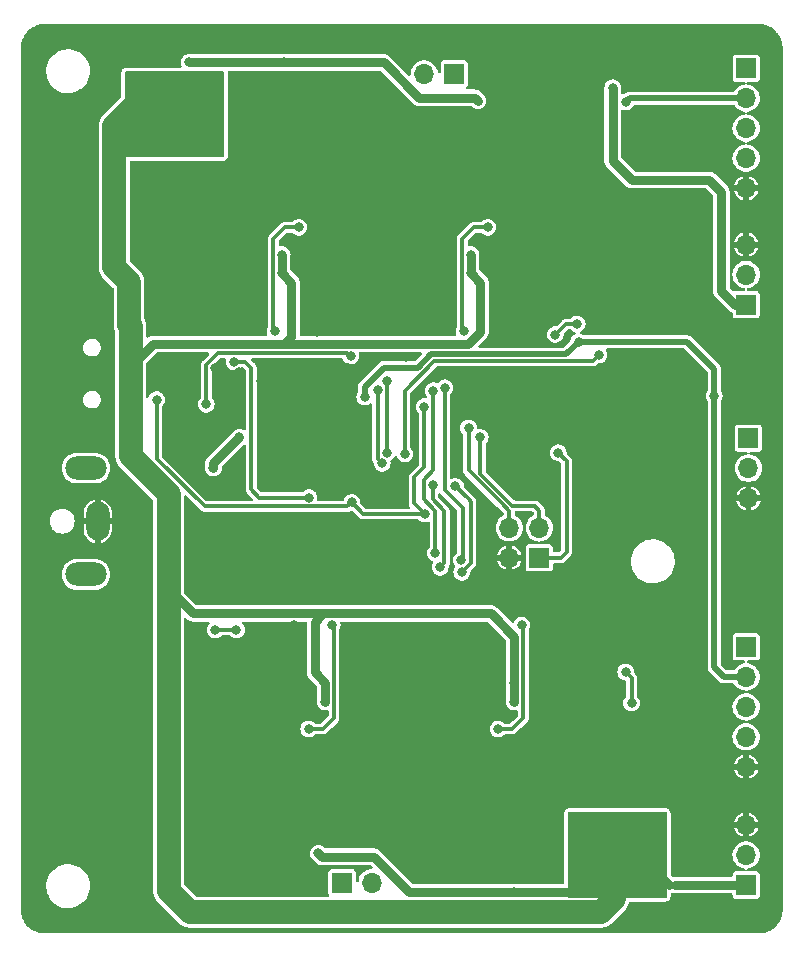
<source format=gbr>
%TF.GenerationSoftware,KiCad,Pcbnew,7.0.1*%
%TF.CreationDate,2023-12-25T01:16:19+01:00*%
%TF.ProjectId,BallBalancer,42616c6c-4261-46c6-916e-6365722e6b69,rev?*%
%TF.SameCoordinates,Original*%
%TF.FileFunction,Copper,L2,Bot*%
%TF.FilePolarity,Positive*%
%FSLAX46Y46*%
G04 Gerber Fmt 4.6, Leading zero omitted, Abs format (unit mm)*
G04 Created by KiCad (PCBNEW 7.0.1) date 2023-12-25 01:16:19*
%MOMM*%
%LPD*%
G01*
G04 APERTURE LIST*
%TA.AperFunction,ComponentPad*%
%ADD10R,1.700000X1.700000*%
%TD*%
%TA.AperFunction,ComponentPad*%
%ADD11O,1.700000X1.700000*%
%TD*%
%TA.AperFunction,ComponentPad*%
%ADD12R,2.000000X4.000000*%
%TD*%
%TA.AperFunction,ComponentPad*%
%ADD13O,2.000000X3.300000*%
%TD*%
%TA.AperFunction,ComponentPad*%
%ADD14O,3.500000X2.000000*%
%TD*%
%TA.AperFunction,ViaPad*%
%ADD15C,0.800000*%
%TD*%
%TA.AperFunction,Conductor*%
%ADD16C,0.300000*%
%TD*%
%TA.AperFunction,Conductor*%
%ADD17C,0.500000*%
%TD*%
%TA.AperFunction,Conductor*%
%ADD18C,0.800000*%
%TD*%
%TA.AperFunction,Conductor*%
%ADD19C,2.000000*%
%TD*%
G04 APERTURE END LIST*
D10*
%TO.P,J4,1,Pin_1*%
%TO.N,+12V*%
X143900000Y-130900000D03*
D11*
%TO.P,J4,2,Pin_2*%
%TO.N,Net-(J4-Pin_2)*%
X143900000Y-128360000D03*
%TO.P,J4,3,Pin_3*%
%TO.N,GND*%
X143900000Y-125820000D03*
%TD*%
D10*
%TO.P,J7,1,Pin_1*%
%TO.N,+12V*%
X143900000Y-81760000D03*
D11*
%TO.P,J7,2,Pin_2*%
%TO.N,Net-(J7-Pin_2)*%
X143900000Y-79220000D03*
%TO.P,J7,3,Pin_3*%
%TO.N,GND*%
X143900000Y-76680000D03*
%TD*%
D10*
%TO.P,J5,1,Pin_1*%
%TO.N,/Main/ENCODER1_B_OUT*%
X143900000Y-110740000D03*
D11*
%TO.P,J5,2,Pin_2*%
%TO.N,+5V*%
X143900000Y-113280000D03*
%TO.P,J5,3,Pin_3*%
%TO.N,/Main/ENCODER1_A_OUT*%
X143900000Y-115820000D03*
%TO.P,J5,4,Pin_4*%
%TO.N,unconnected-(J5-Pin_4-Pad4)*%
X143900000Y-118360000D03*
%TO.P,J5,5,Pin_5*%
%TO.N,GND*%
X143900000Y-120900000D03*
%TD*%
D10*
%TO.P,J3,1,Pin_1*%
%TO.N,+3V3*%
X126390000Y-103190000D03*
D11*
%TO.P,J3,2,Pin_2*%
%TO.N,GND*%
X123850000Y-103190000D03*
%TO.P,J3,3,Pin_3*%
%TO.N,/Main/SWCLK*%
X126390000Y-100650000D03*
%TO.P,J3,4,Pin_4*%
%TO.N,/Main/SWDIO*%
X123850000Y-100650000D03*
%TD*%
D10*
%TO.P,M1,1,+*%
%TO.N,Net-(M1-+)*%
X109686451Y-130705292D03*
D11*
%TO.P,M1,2,-*%
%TO.N,Net-(M1--)*%
X112226451Y-130705292D03*
%TD*%
D10*
%TO.P,J6,1,Pin_1*%
%TO.N,/Main/ENCODER2_B_OUT*%
X143900000Y-61740000D03*
D11*
%TO.P,J6,2,Pin_2*%
%TO.N,+5V*%
X143900000Y-64280000D03*
%TO.P,J6,3,Pin_3*%
%TO.N,/Main/ENCODER2_A_OUT*%
X143900000Y-66820000D03*
%TO.P,J6,4,Pin_4*%
%TO.N,unconnected-(J6-Pin_4-Pad4)*%
X143900000Y-69360000D03*
%TO.P,J6,5,Pin_5*%
%TO.N,GND*%
X143900000Y-71900000D03*
%TD*%
D10*
%TO.P,M2,1,+*%
%TO.N,Net-(M2-+)*%
X119187500Y-62220000D03*
D11*
%TO.P,M2,2,-*%
%TO.N,Net-(M2--)*%
X116647500Y-62220000D03*
%TD*%
D12*
%TO.P,J8,1*%
%TO.N,+12V*%
X95000000Y-100100000D03*
D13*
%TO.P,J8,2*%
%TO.N,GND*%
X89000000Y-100100000D03*
D14*
%TO.P,J8,MP*%
%TO.N,N/C*%
X88000000Y-95600000D03*
X88000000Y-104600000D03*
%TD*%
D10*
%TO.P,J2,1,Pin_1*%
%TO.N,/Main/RSPI_RX*%
X144100000Y-93080000D03*
D11*
%TO.P,J2,2,Pin_2*%
%TO.N,/Main/RSPI_TX*%
X144100000Y-95620000D03*
%TO.P,J2,3,Pin_3*%
%TO.N,GND*%
X144100000Y-98160000D03*
%TD*%
D15*
%TO.N,EN_MOT_CH1R*%
X100750000Y-109300000D03*
X98950000Y-109300000D03*
%TO.N,EN_MOT_CH2R*%
X127750500Y-84300000D03*
X129600000Y-83400000D03*
%TO.N,+5V*%
X141200000Y-89500000D03*
%TO.N,GND*%
X109850000Y-106150000D03*
X104750000Y-104350000D03*
X112000000Y-64800000D03*
X108400000Y-88200000D03*
X129500000Y-90200000D03*
X129300000Y-76100000D03*
X119910410Y-115405292D03*
X105600000Y-108900000D03*
X99500000Y-118800000D03*
X111571177Y-102354230D03*
X116100000Y-77200000D03*
X116900000Y-129200000D03*
X99100000Y-115700000D03*
X93700000Y-76400000D03*
X136100000Y-61200000D03*
X127800000Y-95600000D03*
X107600000Y-84100500D03*
X128000000Y-64800000D03*
X114500000Y-102100000D03*
X129400000Y-74000000D03*
X97400000Y-76400000D03*
X115100000Y-86200000D03*
X133700000Y-117400000D03*
X110200000Y-87100000D03*
X100900000Y-129200000D03*
X128000000Y-62544708D03*
X128900000Y-63100000D03*
X113800000Y-77200000D03*
X93250000Y-75500000D03*
X97750000Y-75500000D03*
X115100000Y-115600000D03*
X137200000Y-91100000D03*
X87200000Y-92000000D03*
X116900000Y-128100000D03*
X131007500Y-77430000D03*
X104100000Y-88200000D03*
X135100000Y-121000000D03*
X135100000Y-119900000D03*
X105600000Y-88200000D03*
X116000000Y-128600000D03*
X105600000Y-90800000D03*
X112900000Y-64300000D03*
X107000000Y-88200000D03*
X113861451Y-115455292D03*
X115600000Y-116600000D03*
X99600000Y-116700000D03*
X128900000Y-64300000D03*
X89400000Y-92000000D03*
X124998541Y-79120000D03*
X113300000Y-76200000D03*
X112000000Y-63700000D03*
X104300000Y-90800000D03*
X101000000Y-87500000D03*
X100000000Y-128600000D03*
X99600000Y-117700000D03*
X135900000Y-69000000D03*
X135100000Y-122200000D03*
X128000000Y-63700000D03*
X130700000Y-118400000D03*
X130700000Y-121600000D03*
X100000000Y-129800000D03*
X100900000Y-130355292D03*
X129800000Y-77100000D03*
X124998541Y-77520000D03*
X94750000Y-76750000D03*
X131500000Y-117400000D03*
X112900000Y-63100000D03*
X129300000Y-75100000D03*
X129500000Y-88700000D03*
X112000000Y-62544708D03*
X115500000Y-118700000D03*
X116000000Y-129800000D03*
X108998541Y-79120000D03*
X87400000Y-83200000D03*
X100900000Y-128100000D03*
X108998541Y-77520000D03*
X112800000Y-115600000D03*
X132600000Y-117400000D03*
X102800000Y-88200000D03*
X115007500Y-77430000D03*
X102800000Y-87000000D03*
X119910410Y-113805292D03*
X97816451Y-115445292D03*
X113300000Y-75200000D03*
X137200000Y-95500000D03*
X124200000Y-93900000D03*
X96250000Y-76750000D03*
X112300000Y-106100000D03*
X116900000Y-130355292D03*
X113400000Y-74100000D03*
X96800000Y-115700000D03*
X130700000Y-120100000D03*
X108500000Y-87000000D03*
X107000000Y-90800000D03*
X135900000Y-118000000D03*
X132100000Y-77100000D03*
X89400000Y-83200000D03*
X103885410Y-115395292D03*
X115600000Y-117600000D03*
X98950500Y-87148816D03*
X134100000Y-62900000D03*
X103885410Y-113795292D03*
X135900000Y-109800000D03*
%TO.N,+3V3*%
X110500000Y-98500000D03*
X116700000Y-99500000D03*
X116650500Y-90400000D03*
X94000000Y-89800000D03*
X128000000Y-94300000D03*
%TO.N,+12V*%
X98800000Y-95600000D03*
X129300000Y-131500000D03*
X121187500Y-64495000D03*
X131400000Y-129700000D03*
X124286451Y-113805292D03*
X104622500Y-77520000D03*
X131400000Y-131400000D03*
X107686451Y-128230292D03*
X136700000Y-128800000D03*
X120622500Y-77520000D03*
X91800000Y-63800000D03*
X129300000Y-128900000D03*
X108261451Y-113795292D03*
X134700000Y-131400000D03*
X91800000Y-65200000D03*
X99200000Y-63800000D03*
X134700000Y-129700000D03*
X129300000Y-130200000D03*
X124286451Y-115405292D03*
X136700000Y-130200000D03*
X96750000Y-61250000D03*
X108261451Y-115395292D03*
X120622500Y-79120000D03*
X132600000Y-63400000D03*
X132750000Y-129750000D03*
X104750000Y-61250000D03*
X99200000Y-65100000D03*
X97100000Y-62600000D03*
X91800000Y-62500000D03*
X101000000Y-93000000D03*
X99200000Y-62500000D03*
X124250000Y-131500000D03*
X93800000Y-64300000D03*
X136700000Y-131500000D03*
X104622500Y-79120000D03*
X97100000Y-64300000D03*
X93800000Y-62600000D03*
%TO.N,VBUS*%
X100553009Y-86606018D03*
X106900000Y-98100000D03*
%TO.N,+5V*%
X129720023Y-84920023D03*
X133738019Y-64602027D03*
X111600000Y-89600000D03*
%TO.N,Net-(M1--)*%
X124886451Y-108905292D03*
X122886451Y-117705292D03*
%TO.N,Net-(M1-+)*%
X106861451Y-117695292D03*
X108861451Y-108895292D03*
%TO.N,Net-(M2-+)*%
X122022500Y-75220000D03*
X120022500Y-84020000D03*
%TO.N,Net-(M2--)*%
X106022500Y-75220000D03*
X104022500Y-84020000D03*
%TO.N,/Main/SWCLK*%
X121400000Y-93000000D03*
%TO.N,/Main/SWDIO*%
X120400000Y-92200000D03*
%TO.N,/Main/ENCODER1_A*%
X112700000Y-89000000D03*
X113088297Y-95210772D03*
%TO.N,/Main/ENCODER1_B*%
X113500000Y-88250500D03*
X113500000Y-94300000D03*
%TO.N,/Main/REF_MOT2*%
X131433530Y-86033530D03*
X115000000Y-94400000D03*
%TO.N,/Main/REF_MOT1*%
X134200000Y-115500000D03*
X133700000Y-112850500D03*
%TO.N,/Main/VUSB*%
X110416823Y-86124299D03*
X98200000Y-90200000D03*
%TO.N,IN_MOT_CH1L*%
X118400000Y-88800000D03*
X119800000Y-103400000D03*
%TO.N,IN_MOT_CH1R*%
X117432399Y-89050500D03*
X117600000Y-102800000D03*
%TO.N,EN_MOT_CH1L*%
X119829977Y-104429977D03*
X119290546Y-97150500D03*
%TO.N,EN_MOT_CH1R*%
X117370023Y-97029977D03*
X118000000Y-104000000D03*
%TD*%
D16*
%TO.N,EN_MOT_CH1R*%
X98950000Y-109300000D02*
X100750000Y-109300000D01*
%TO.N,EN_MOT_CH2R*%
X129600000Y-83400000D02*
X128650500Y-83400000D01*
X128650500Y-83400000D02*
X127750500Y-84300000D01*
D17*
%TO.N,+5V*%
X141200000Y-89500000D02*
X141200000Y-112485000D01*
X141200000Y-87200000D02*
X141200000Y-89500000D01*
D16*
%TO.N,+3V3*%
X111500000Y-99500000D02*
X110500000Y-98500000D01*
X126400000Y-103200000D02*
X128200000Y-103200000D01*
X116700000Y-99500000D02*
X111500000Y-99500000D01*
X116650500Y-95549500D02*
X115800000Y-96400000D01*
X98050000Y-98850000D02*
X110150000Y-98850000D01*
X110150000Y-98850000D02*
X110500000Y-98500000D01*
X128700000Y-95000000D02*
X128700000Y-102700000D01*
X128000000Y-94300000D02*
X128700000Y-95000000D01*
X94000000Y-89800000D02*
X94000000Y-94800000D01*
X94000000Y-94800000D02*
X98050000Y-98850000D01*
X116650500Y-90400000D02*
X116650500Y-95549500D01*
X128200000Y-103200000D02*
X128700000Y-102700000D01*
X115800000Y-96400000D02*
X115800000Y-98600000D01*
X115800000Y-98600000D02*
X116700000Y-99500000D01*
D18*
%TO.N,+12V*%
X108261451Y-115395292D02*
X108261451Y-113795292D01*
X104800000Y-85100000D02*
X105400000Y-84500000D01*
X98800000Y-95200000D02*
X101000000Y-93000000D01*
X131000000Y-131500000D02*
X132750000Y-129750000D01*
X98800000Y-95600000D02*
X98800000Y-95200000D01*
D19*
X91650000Y-83450000D02*
X91650000Y-79850000D01*
D18*
X115391945Y-131500000D02*
X112391946Y-128500000D01*
D19*
X131600000Y-133200000D02*
X132700000Y-132100000D01*
D18*
X132600000Y-63400000D02*
X132600000Y-69600000D01*
X132600000Y-69600000D02*
X134200000Y-71200000D01*
D19*
X132700000Y-132100000D02*
X132700000Y-129800000D01*
D18*
X107400000Y-108600000D02*
X107400000Y-112900000D01*
D19*
X95000000Y-100100000D02*
X95000000Y-97800000D01*
X91800000Y-83600000D02*
X91650000Y-83450000D01*
D18*
X121400000Y-79897500D02*
X120622500Y-79120000D01*
D19*
X91800000Y-94600000D02*
X91800000Y-87000000D01*
X95000000Y-131400000D02*
X96800000Y-133200000D01*
D18*
X124250000Y-131500000D02*
X131500000Y-131500000D01*
X141800000Y-80600000D02*
X142960000Y-81760000D01*
X96750000Y-61250000D02*
X104750000Y-61250000D01*
X142960000Y-81760000D02*
X143900000Y-81760000D01*
D19*
X90400000Y-78600000D02*
X90400000Y-66600000D01*
D18*
X120356714Y-85100000D02*
X104800000Y-85100000D01*
X91800000Y-87000000D02*
X93700000Y-85100000D01*
X97095292Y-107895292D02*
X95000000Y-105800000D01*
X120622500Y-77520000D02*
X120622500Y-79120000D01*
X120942500Y-64250000D02*
X121187500Y-64495000D01*
X121400000Y-84056714D02*
X120356714Y-85100000D01*
X105400000Y-79900000D02*
X104622500Y-79122500D01*
X124286451Y-113805292D02*
X124286451Y-109886451D01*
X112391946Y-128500000D02*
X107956159Y-128500000D01*
D19*
X132700000Y-129800000D02*
X132750000Y-129750000D01*
D18*
X124250000Y-131500000D02*
X115391945Y-131500000D01*
D19*
X91800000Y-87000000D02*
X91800000Y-83600000D01*
X95000000Y-97800000D02*
X91800000Y-94600000D01*
D18*
X108104708Y-107895292D02*
X97095292Y-107895292D01*
X107956159Y-128500000D02*
X107686451Y-128230292D01*
X141800000Y-72200000D02*
X141800000Y-80600000D01*
X93700000Y-85100000D02*
X104800000Y-85100000D01*
D19*
X95000000Y-105800000D02*
X95000000Y-100100000D01*
D18*
X137400000Y-130900000D02*
X136700000Y-130200000D01*
D19*
X91650000Y-79850000D02*
X90400000Y-78600000D01*
X90400000Y-66600000D02*
X91800000Y-65200000D01*
D18*
X104622500Y-77520000D02*
X104622500Y-79120000D01*
X107400000Y-112900000D02*
X108261451Y-113761451D01*
X113206714Y-61250000D02*
X116206714Y-64250000D01*
X124286451Y-109886451D02*
X122295292Y-107895292D01*
X121400000Y-84056714D02*
X121400000Y-79897500D01*
X134200000Y-71200000D02*
X140800000Y-71200000D01*
X140800000Y-71200000D02*
X141800000Y-72200000D01*
X124286451Y-115405292D02*
X124286451Y-113805292D01*
X143900000Y-130900000D02*
X137900000Y-130900000D01*
X104750000Y-61250000D02*
X113206714Y-61250000D01*
X122295292Y-107895292D02*
X108104708Y-107895292D01*
X108104708Y-107895292D02*
X107400000Y-108600000D01*
X108261451Y-113761451D02*
X108261451Y-113795292D01*
X116206714Y-64250000D02*
X120942500Y-64250000D01*
D19*
X95000000Y-105800000D02*
X95000000Y-131400000D01*
X96800000Y-133200000D02*
X131600000Y-133200000D01*
D18*
X104622500Y-79122500D02*
X104622500Y-79120000D01*
X105400000Y-84500000D02*
X105400000Y-79900000D01*
D16*
%TO.N,VBUS*%
X102000000Y-87100000D02*
X102000000Y-97400000D01*
X101506018Y-86606018D02*
X102000000Y-87100000D01*
X102700000Y-98100000D02*
X106900000Y-98100000D01*
X100553009Y-86606018D02*
X101506018Y-86606018D01*
X102000000Y-97400000D02*
X102700000Y-98100000D01*
D17*
%TO.N,+5V*%
X111600000Y-89600000D02*
X111600000Y-88700000D01*
X142000000Y-113285000D02*
X143900000Y-113285000D01*
X129720023Y-84920023D02*
X138920023Y-84920023D01*
X134055046Y-64285000D02*
X133738019Y-64602027D01*
X111600000Y-88700000D02*
X113200000Y-87100000D01*
X138920023Y-84920023D02*
X141200000Y-87200000D01*
X116100000Y-87100000D02*
X117250000Y-85950000D01*
X128690046Y-85950000D02*
X129720023Y-84920023D01*
X117250000Y-85950000D02*
X128690046Y-85950000D01*
X143900000Y-64285000D02*
X134055046Y-64285000D01*
X113200000Y-87100000D02*
X116100000Y-87100000D01*
X141200000Y-112485000D02*
X142000000Y-113285000D01*
D16*
%TO.N,Net-(M1--)*%
X125036451Y-116755292D02*
X125036451Y-109055292D01*
X125036451Y-109055292D02*
X124886451Y-108905292D01*
X124086451Y-117705292D02*
X122886451Y-117705292D01*
X124086451Y-117705292D02*
X124486451Y-117305292D01*
X124486451Y-117305292D02*
X125036451Y-116755292D01*
%TO.N,Net-(M1-+)*%
X108461451Y-117295292D02*
X109011451Y-116745292D01*
X109011451Y-109045292D02*
X108861451Y-108895292D01*
X109011451Y-116745292D02*
X109011451Y-109045292D01*
X108061451Y-117695292D02*
X108461451Y-117295292D01*
X108061451Y-117695292D02*
X106861451Y-117695292D01*
%TO.N,Net-(M2-+)*%
X119872500Y-76170000D02*
X119872500Y-83870000D01*
X119872500Y-83870000D02*
X120022500Y-84020000D01*
X120422500Y-75620000D02*
X119872500Y-76170000D01*
X120822500Y-75220000D02*
X120422500Y-75620000D01*
X120822500Y-75220000D02*
X122022500Y-75220000D01*
%TO.N,Net-(M2--)*%
X104422500Y-75620000D02*
X103872500Y-76170000D01*
X103872500Y-76170000D02*
X103872500Y-83870000D01*
X103872500Y-83870000D02*
X104022500Y-84020000D01*
X104822500Y-75220000D02*
X104422500Y-75620000D01*
X104822500Y-75220000D02*
X106022500Y-75220000D01*
%TO.N,/Main/SWCLK*%
X126000000Y-98800000D02*
X124107107Y-98800000D01*
X126400000Y-99200000D02*
X126000000Y-98800000D01*
X121400000Y-96092894D02*
X121400000Y-93000000D01*
X124107107Y-98800000D02*
X121400000Y-96092894D01*
X126400000Y-100660000D02*
X126400000Y-99200000D01*
%TO.N,/Main/SWDIO*%
X123200000Y-98600000D02*
X120400000Y-95800000D01*
X123860000Y-99260000D02*
X123200000Y-98600000D01*
X120400000Y-95800000D02*
X120400000Y-92200000D01*
X123860000Y-100660000D02*
X123860000Y-99260000D01*
%TO.N,/Main/ENCODER1_A*%
X112700000Y-94207106D02*
X112700000Y-94822475D01*
X112700000Y-89000000D02*
X112700000Y-94207106D01*
X112700000Y-94822475D02*
X113088297Y-95210772D01*
%TO.N,/Main/ENCODER1_B*%
X113500000Y-88250500D02*
X113500000Y-94300000D01*
%TO.N,/Main/REF_MOT2*%
X117498528Y-86550000D02*
X115000000Y-89048528D01*
X131433530Y-86033530D02*
X130917060Y-86550000D01*
X130917060Y-86550000D02*
X117498528Y-86550000D01*
X115000000Y-89048528D02*
X115000000Y-94400000D01*
%TO.N,/Main/REF_MOT1*%
X134200000Y-115500000D02*
X134200000Y-113350500D01*
X134200000Y-113350500D02*
X133700000Y-112850500D01*
%TO.N,/Main/VUSB*%
X98200500Y-89200000D02*
X98200500Y-90199500D01*
X98200500Y-90199500D02*
X98200000Y-90200000D01*
X99188655Y-85850000D02*
X110142524Y-85850000D01*
X110142524Y-85850000D02*
X110416823Y-86124299D01*
X98200500Y-86838155D02*
X99188655Y-85850000D01*
X98200500Y-89200000D02*
X98200500Y-86838155D01*
%TO.N,IN_MOT_CH1L*%
X119900000Y-103300000D02*
X119800000Y-103400000D01*
X119900000Y-99000000D02*
X119900000Y-103300000D01*
X118400000Y-97500000D02*
X119900000Y-99000000D01*
X118400000Y-88800000D02*
X118400000Y-97500000D01*
%TO.N,IN_MOT_CH1R*%
X117400000Y-95800000D02*
X116620023Y-96600000D01*
X117600000Y-99200000D02*
X117600000Y-102800000D01*
X116620023Y-96600000D02*
X116620023Y-98220023D01*
X116620023Y-98220023D02*
X117600000Y-99200000D01*
X117400000Y-95800000D02*
X117432399Y-95767601D01*
X117432399Y-95767601D02*
X117432399Y-89050500D01*
%TO.N,EN_MOT_CH1L*%
X120600000Y-103660661D02*
X120600000Y-98459954D01*
X119830684Y-104429977D02*
X120600000Y-103660661D01*
X119290546Y-97150500D02*
X120400000Y-98259954D01*
X120600000Y-98459954D02*
X120400000Y-98259954D01*
X119829977Y-104429977D02*
X119830684Y-104429977D01*
%TO.N,EN_MOT_CH1R*%
X118350000Y-99242894D02*
X117370023Y-98262917D01*
X118350000Y-103650000D02*
X118350000Y-99242894D01*
X118000000Y-104000000D02*
X118350000Y-103650000D01*
X117370023Y-97029977D02*
X117370023Y-98262917D01*
%TD*%
%TA.AperFunction,Conductor*%
%TO.N,+12V*%
G36*
X137138000Y-124716613D02*
G01*
X137183387Y-124762000D01*
X137200000Y-124824000D01*
X137200000Y-131876000D01*
X137183387Y-131938000D01*
X137138000Y-131983387D01*
X137076000Y-132000000D01*
X128924000Y-132000000D01*
X128862000Y-131983387D01*
X128816613Y-131938000D01*
X128800000Y-131876000D01*
X128800000Y-124824000D01*
X128816613Y-124762000D01*
X128862000Y-124716613D01*
X128924000Y-124700000D01*
X137076000Y-124700000D01*
X137138000Y-124716613D01*
G37*
%TD.AperFunction*%
%TD*%
%TA.AperFunction,Conductor*%
%TO.N,+12V*%
G36*
X99638000Y-62016613D02*
G01*
X99683387Y-62062000D01*
X99700000Y-62124000D01*
X99700000Y-69176000D01*
X99683387Y-69238000D01*
X99638000Y-69283387D01*
X99576000Y-69300000D01*
X91424000Y-69300000D01*
X91362000Y-69283387D01*
X91316613Y-69238000D01*
X91300000Y-69176000D01*
X91300000Y-62124000D01*
X91316613Y-62062000D01*
X91362000Y-62016613D01*
X91424000Y-62000000D01*
X99576000Y-62000000D01*
X99638000Y-62016613D01*
G37*
%TD.AperFunction*%
%TD*%
%TA.AperFunction,Conductor*%
%TO.N,GND*%
G36*
X98357985Y-85814015D02*
G01*
X98402008Y-85851615D01*
X98424163Y-85905102D01*
X98419621Y-85962818D01*
X98389371Y-86012181D01*
X97904764Y-86496786D01*
X97894398Y-86506050D01*
X97866531Y-86528273D01*
X97834324Y-86575511D01*
X97831644Y-86579287D01*
X97794133Y-86630114D01*
X97791801Y-86634733D01*
X97773174Y-86695121D01*
X97771725Y-86699524D01*
X97750869Y-86759128D01*
X97750000Y-86764245D01*
X97750000Y-86827417D01*
X97749913Y-86832054D01*
X97747550Y-86895184D01*
X97750000Y-86913790D01*
X97750000Y-89606999D01*
X97739076Y-89657890D01*
X97708227Y-89699814D01*
X97671817Y-89732069D01*
X97575182Y-89872069D01*
X97514860Y-90031127D01*
X97494354Y-90199999D01*
X97514860Y-90368872D01*
X97575182Y-90527930D01*
X97671815Y-90667927D01*
X97671816Y-90667928D01*
X97671817Y-90667929D01*
X97799148Y-90780734D01*
X97949775Y-90859790D01*
X98114944Y-90900500D01*
X98285055Y-90900500D01*
X98285056Y-90900500D01*
X98450225Y-90859790D01*
X98600852Y-90780734D01*
X98728183Y-90667929D01*
X98824818Y-90527930D01*
X98885140Y-90368872D01*
X98905645Y-90200000D01*
X98885140Y-90031128D01*
X98824818Y-89872070D01*
X98733801Y-89740210D01*
X98728182Y-89732069D01*
X98692773Y-89700700D01*
X98661924Y-89658776D01*
X98651000Y-89607885D01*
X98651000Y-87076121D01*
X98660439Y-87028668D01*
X98687319Y-86988440D01*
X99338939Y-86336819D01*
X99379167Y-86309939D01*
X99426620Y-86300500D01*
X99744494Y-86300500D01*
X99810768Y-86319697D01*
X99856522Y-86371342D01*
X99867590Y-86439447D01*
X99847363Y-86606018D01*
X99867869Y-86774890D01*
X99928191Y-86933948D01*
X100024824Y-87073945D01*
X100024825Y-87073946D01*
X100024826Y-87073947D01*
X100152157Y-87186752D01*
X100302784Y-87265808D01*
X100467953Y-87306518D01*
X100638064Y-87306518D01*
X100638065Y-87306518D01*
X100803234Y-87265808D01*
X100953861Y-87186752D01*
X101031040Y-87118378D01*
X101065667Y-87087702D01*
X101103923Y-87064576D01*
X101147893Y-87056518D01*
X101268052Y-87056518D01*
X101315505Y-87065957D01*
X101355730Y-87092834D01*
X101513183Y-87250286D01*
X101540061Y-87290512D01*
X101549500Y-87337965D01*
X101549500Y-92292161D01*
X101533506Y-92353077D01*
X101489649Y-92398278D01*
X101429244Y-92416104D01*
X101367873Y-92401957D01*
X101360863Y-92398278D01*
X101347590Y-92391311D01*
X101341075Y-92387636D01*
X101289606Y-92356522D01*
X101279929Y-92353506D01*
X101259193Y-92344917D01*
X101250224Y-92340209D01*
X101191823Y-92325814D01*
X101184612Y-92323804D01*
X101127195Y-92305913D01*
X101117080Y-92305301D01*
X101094905Y-92301927D01*
X101085056Y-92299500D01*
X101024921Y-92299500D01*
X101017434Y-92299274D01*
X100987595Y-92297469D01*
X100957394Y-92295642D01*
X100957393Y-92295642D01*
X100947424Y-92297469D01*
X100925073Y-92299500D01*
X100914942Y-92299500D01*
X100856560Y-92313889D01*
X100849241Y-92315461D01*
X100830468Y-92318901D01*
X100790069Y-92326305D01*
X100790067Y-92326305D01*
X100790066Y-92326306D01*
X100780817Y-92330468D01*
X100759620Y-92337782D01*
X100749779Y-92340208D01*
X100749775Y-92340209D01*
X100749775Y-92340210D01*
X100730826Y-92350155D01*
X100696522Y-92368159D01*
X100689792Y-92371435D01*
X100634941Y-92396122D01*
X100626956Y-92402378D01*
X100608126Y-92414553D01*
X100599146Y-92419266D01*
X100554140Y-92459138D01*
X100548393Y-92463928D01*
X100534631Y-92474710D01*
X100522286Y-92487055D01*
X100516839Y-92492182D01*
X100471817Y-92532069D01*
X100466057Y-92540414D01*
X100451692Y-92557649D01*
X98322290Y-94687051D01*
X98316838Y-94692183D01*
X98271816Y-94732070D01*
X98237649Y-94781568D01*
X98233213Y-94787597D01*
X98196121Y-94834942D01*
X98191961Y-94844186D01*
X98180941Y-94863725D01*
X98175182Y-94872069D01*
X98153853Y-94928305D01*
X98150989Y-94935219D01*
X98126303Y-94990070D01*
X98124475Y-95000047D01*
X98118454Y-95021648D01*
X98114859Y-95031128D01*
X98107609Y-95090827D01*
X98106483Y-95098226D01*
X98095641Y-95157391D01*
X98099274Y-95217434D01*
X98099500Y-95224921D01*
X98099500Y-95550126D01*
X98098596Y-95565073D01*
X98094354Y-95600000D01*
X98114860Y-95768872D01*
X98175182Y-95927930D01*
X98271815Y-96067927D01*
X98271816Y-96067928D01*
X98271817Y-96067929D01*
X98399148Y-96180734D01*
X98549775Y-96259790D01*
X98714944Y-96300500D01*
X98885055Y-96300500D01*
X98885056Y-96300500D01*
X99050225Y-96259790D01*
X99200852Y-96180734D01*
X99328183Y-96067929D01*
X99424818Y-95927930D01*
X99485140Y-95768872D01*
X99505645Y-95600000D01*
X99501403Y-95565072D01*
X99500500Y-95550126D01*
X99500500Y-95541519D01*
X99509939Y-95494066D01*
X99536819Y-95453838D01*
X100428622Y-94562035D01*
X101337819Y-93652836D01*
X101387182Y-93622587D01*
X101444898Y-93618045D01*
X101498385Y-93640200D01*
X101535985Y-93684223D01*
X101549500Y-93740518D01*
X101549500Y-97367738D01*
X101548720Y-97381622D01*
X101544729Y-97417034D01*
X101555356Y-97473194D01*
X101556133Y-97477766D01*
X101565550Y-97540248D01*
X101567163Y-97545148D01*
X101596687Y-97601010D01*
X101598777Y-97605150D01*
X101626184Y-97662060D01*
X101629183Y-97666287D01*
X101673847Y-97710951D01*
X101677064Y-97714291D01*
X101720040Y-97760608D01*
X101734930Y-97772034D01*
X102150715Y-98187819D01*
X102180965Y-98237182D01*
X102185507Y-98294898D01*
X102163352Y-98348385D01*
X102119329Y-98385985D01*
X102063034Y-98399500D01*
X98287966Y-98399500D01*
X98240513Y-98390061D01*
X98200285Y-98363181D01*
X94486819Y-94649716D01*
X94459939Y-94609488D01*
X94450500Y-94562035D01*
X94450500Y-90392558D01*
X94461424Y-90341667D01*
X94492273Y-90299743D01*
X94528182Y-90267930D01*
X94539717Y-90251219D01*
X94624818Y-90127930D01*
X94685140Y-89968872D01*
X94705645Y-89800000D01*
X94685140Y-89631128D01*
X94624818Y-89472070D01*
X94560183Y-89378430D01*
X94528184Y-89332072D01*
X94528183Y-89332071D01*
X94400852Y-89219266D01*
X94386588Y-89211780D01*
X94250224Y-89140209D01*
X94118885Y-89107838D01*
X94085056Y-89099500D01*
X93914944Y-89099500D01*
X93882284Y-89107549D01*
X93749775Y-89140209D01*
X93599149Y-89219265D01*
X93471815Y-89332072D01*
X93375182Y-89472069D01*
X93340442Y-89563673D01*
X93299788Y-89618229D01*
X93236468Y-89643123D01*
X93169544Y-89630859D01*
X93119166Y-89585129D01*
X93100500Y-89519702D01*
X93100500Y-86741519D01*
X93109939Y-86694066D01*
X93136819Y-86653838D01*
X93953838Y-85836819D01*
X93994066Y-85809939D01*
X94041519Y-85800500D01*
X98301690Y-85800500D01*
X98357985Y-85814015D01*
G37*
%TD.AperFunction*%
%TA.AperFunction,Conductor*%
G36*
X145004042Y-58000764D02*
G01*
X145083586Y-58005978D01*
X145083767Y-58005991D01*
X145261587Y-58018709D01*
X145276904Y-58020772D01*
X145388378Y-58042945D01*
X145390437Y-58043374D01*
X145530240Y-58073786D01*
X145543703Y-58077522D01*
X145657725Y-58116228D01*
X145661074Y-58117420D01*
X145788808Y-58165062D01*
X145800300Y-58170024D01*
X145910687Y-58224461D01*
X145915187Y-58226798D01*
X146032478Y-58290844D01*
X146041942Y-58296574D01*
X146145269Y-58365615D01*
X146150688Y-58369450D01*
X146256727Y-58448830D01*
X146264145Y-58454844D01*
X146357976Y-58537131D01*
X146363898Y-58542678D01*
X146457320Y-58636100D01*
X146462867Y-58642022D01*
X146545150Y-58735848D01*
X146551173Y-58743278D01*
X146588691Y-58793396D01*
X146630548Y-58849310D01*
X146634383Y-58854729D01*
X146703424Y-58958056D01*
X146709154Y-58967520D01*
X146773183Y-59084779D01*
X146775564Y-59089363D01*
X146829969Y-59199687D01*
X146834938Y-59211196D01*
X146882556Y-59338863D01*
X146883793Y-59342338D01*
X146922470Y-59456276D01*
X146926217Y-59469777D01*
X146956613Y-59609508D01*
X146957064Y-59611675D01*
X146979224Y-59723080D01*
X146981291Y-59738425D01*
X146993995Y-59916046D01*
X146994045Y-59916781D01*
X146999234Y-59995942D01*
X146999500Y-60004053D01*
X146999500Y-132995947D01*
X146999234Y-133004058D01*
X146994045Y-133083217D01*
X146993995Y-133083952D01*
X146981291Y-133261573D01*
X146979224Y-133276918D01*
X146957064Y-133388323D01*
X146956613Y-133390490D01*
X146926217Y-133530221D01*
X146922470Y-133543722D01*
X146883793Y-133657660D01*
X146882556Y-133661135D01*
X146834938Y-133788802D01*
X146829969Y-133800311D01*
X146775564Y-133910635D01*
X146773183Y-133915219D01*
X146709154Y-134032478D01*
X146703424Y-134041942D01*
X146634383Y-134145269D01*
X146630548Y-134150688D01*
X146551181Y-134256711D01*
X146545142Y-134264160D01*
X146462867Y-134357976D01*
X146457320Y-134363898D01*
X146363898Y-134457320D01*
X146357976Y-134462867D01*
X146264160Y-134545142D01*
X146256711Y-134551181D01*
X146150688Y-134630548D01*
X146145269Y-134634383D01*
X146041942Y-134703424D01*
X146032478Y-134709154D01*
X145915219Y-134773183D01*
X145910635Y-134775564D01*
X145800311Y-134829969D01*
X145788802Y-134834938D01*
X145661135Y-134882556D01*
X145657660Y-134883793D01*
X145543722Y-134922470D01*
X145530221Y-134926217D01*
X145390490Y-134956613D01*
X145388323Y-134957064D01*
X145276918Y-134979224D01*
X145261573Y-134981291D01*
X145083952Y-134993995D01*
X145083217Y-134994045D01*
X145004058Y-134999234D01*
X144995947Y-134999500D01*
X84504053Y-134999500D01*
X84495942Y-134999234D01*
X84416781Y-134994045D01*
X84416046Y-134993995D01*
X84238425Y-134981291D01*
X84223080Y-134979224D01*
X84111675Y-134957064D01*
X84109508Y-134956613D01*
X83969777Y-134926217D01*
X83956276Y-134922470D01*
X83842338Y-134883793D01*
X83838863Y-134882556D01*
X83711196Y-134834938D01*
X83699687Y-134829969D01*
X83634947Y-134798043D01*
X83589348Y-134775556D01*
X83584779Y-134773183D01*
X83467520Y-134709154D01*
X83458056Y-134703424D01*
X83354729Y-134634383D01*
X83349310Y-134630548D01*
X83293396Y-134588691D01*
X83243278Y-134551173D01*
X83235848Y-134545150D01*
X83142022Y-134462867D01*
X83136100Y-134457320D01*
X83042678Y-134363898D01*
X83037131Y-134357976D01*
X83034217Y-134354653D01*
X82954844Y-134264145D01*
X82948830Y-134256727D01*
X82869450Y-134150688D01*
X82865615Y-134145269D01*
X82796574Y-134041942D01*
X82790844Y-134032478D01*
X82786709Y-134024905D01*
X82726798Y-133915187D01*
X82724461Y-133910687D01*
X82670024Y-133800300D01*
X82665060Y-133788802D01*
X82617420Y-133661074D01*
X82616228Y-133657725D01*
X82577522Y-133543703D01*
X82573786Y-133530240D01*
X82543374Y-133390437D01*
X82542945Y-133388378D01*
X82520772Y-133276904D01*
X82518709Y-133261587D01*
X82505991Y-133083767D01*
X82505978Y-133083586D01*
X82500764Y-133004042D01*
X82500500Y-132995935D01*
X82500500Y-131067764D01*
X84645787Y-131067764D01*
X84675413Y-131337016D01*
X84675414Y-131337018D01*
X84743928Y-131599088D01*
X84847663Y-131843196D01*
X84849871Y-131848392D01*
X84990982Y-132079611D01*
X85164253Y-132287818D01*
X85164255Y-132287820D01*
X85365998Y-132468582D01*
X85591910Y-132618044D01*
X85663737Y-132651715D01*
X85837177Y-132733021D01*
X86096562Y-132811058D01*
X86096569Y-132811060D01*
X86364561Y-132850500D01*
X86567631Y-132850500D01*
X86567634Y-132850500D01*
X86770156Y-132835677D01*
X86770156Y-132835676D01*
X87034553Y-132776780D01*
X87287558Y-132680014D01*
X87523777Y-132547441D01*
X87738177Y-132381888D01*
X87926186Y-132186881D01*
X88083799Y-131966579D01*
X88207656Y-131725675D01*
X88295118Y-131469305D01*
X88344319Y-131202933D01*
X88354212Y-130932235D01*
X88324586Y-130662982D01*
X88256072Y-130400912D01*
X88150130Y-130151610D01*
X88060737Y-130005135D01*
X88009017Y-129920388D01*
X87835746Y-129712181D01*
X87789778Y-129670994D01*
X87634002Y-129531418D01*
X87408090Y-129381956D01*
X87408086Y-129381954D01*
X87162822Y-129266978D01*
X86903437Y-129188941D01*
X86903431Y-129188940D01*
X86635439Y-129149500D01*
X86432369Y-129149500D01*
X86432366Y-129149500D01*
X86229843Y-129164322D01*
X85965449Y-129223219D01*
X85712441Y-129319986D01*
X85476223Y-129452559D01*
X85261825Y-129618109D01*
X85073813Y-129813120D01*
X84916201Y-130033420D01*
X84792342Y-130274329D01*
X84704881Y-130530695D01*
X84655680Y-130797066D01*
X84645787Y-131067764D01*
X82500500Y-131067764D01*
X82500500Y-104600000D01*
X85944531Y-104600000D01*
X85964364Y-104826689D01*
X86023261Y-105046497D01*
X86119432Y-105252735D01*
X86249953Y-105439140D01*
X86410859Y-105600046D01*
X86597264Y-105730567D01*
X86597265Y-105730567D01*
X86597266Y-105730568D01*
X86803504Y-105826739D01*
X87023308Y-105885635D01*
X87108262Y-105893067D01*
X87193214Y-105900500D01*
X87193216Y-105900500D01*
X88806784Y-105900500D01*
X88806786Y-105900500D01*
X88874747Y-105894554D01*
X88976692Y-105885635D01*
X89196496Y-105826739D01*
X89402734Y-105730568D01*
X89589139Y-105600047D01*
X89750047Y-105439139D01*
X89880568Y-105252734D01*
X89976739Y-105046496D01*
X90035635Y-104826692D01*
X90055468Y-104600000D01*
X90035635Y-104373308D01*
X89976739Y-104153504D01*
X89880568Y-103947266D01*
X89875139Y-103939513D01*
X89750046Y-103760859D01*
X89589140Y-103599953D01*
X89402735Y-103469432D01*
X89196497Y-103373261D01*
X88976689Y-103314364D01*
X88806786Y-103299500D01*
X88806784Y-103299500D01*
X87193216Y-103299500D01*
X87193214Y-103299500D01*
X87023310Y-103314364D01*
X86803502Y-103373261D01*
X86597264Y-103469432D01*
X86410859Y-103599953D01*
X86249953Y-103760859D01*
X86119432Y-103947264D01*
X86023261Y-104153502D01*
X85964364Y-104373310D01*
X85944531Y-104600000D01*
X82500500Y-104600000D01*
X82500500Y-100099999D01*
X84944417Y-100099999D01*
X84964699Y-100305932D01*
X84964700Y-100305934D01*
X85024768Y-100503954D01*
X85122315Y-100686450D01*
X85171226Y-100746048D01*
X85253589Y-100846410D01*
X85272964Y-100862310D01*
X85413550Y-100977685D01*
X85596046Y-101075232D01*
X85794066Y-101135300D01*
X85948392Y-101150500D01*
X86051607Y-101150500D01*
X86051608Y-101150500D01*
X86205934Y-101135300D01*
X86403954Y-101075232D01*
X86586450Y-100977685D01*
X86746410Y-100846410D01*
X86877685Y-100686450D01*
X86975232Y-100503954D01*
X87021933Y-100350000D01*
X87800000Y-100350000D01*
X87800000Y-100805481D01*
X87815378Y-100971445D01*
X87876238Y-101185347D01*
X87975365Y-101384422D01*
X88109390Y-101561899D01*
X88273737Y-101711721D01*
X88462821Y-101828797D01*
X88670199Y-101909135D01*
X88750000Y-101924052D01*
X88750000Y-100350000D01*
X89250000Y-100350000D01*
X89250000Y-101924052D01*
X89329800Y-101909135D01*
X89537178Y-101828797D01*
X89726262Y-101711721D01*
X89890609Y-101561899D01*
X90024634Y-101384422D01*
X90123761Y-101185347D01*
X90184621Y-100971445D01*
X90200000Y-100805481D01*
X90200000Y-100350000D01*
X89250000Y-100350000D01*
X88750000Y-100350000D01*
X87800000Y-100350000D01*
X87021933Y-100350000D01*
X87035300Y-100305934D01*
X87055583Y-100100000D01*
X87035300Y-99894066D01*
X87021933Y-99850000D01*
X87800000Y-99850000D01*
X88750000Y-99850000D01*
X88750000Y-98275948D01*
X89250000Y-98275948D01*
X89250000Y-99850000D01*
X90200000Y-99850000D01*
X90200000Y-99394519D01*
X90184621Y-99228554D01*
X90123761Y-99014652D01*
X90024634Y-98815577D01*
X89890609Y-98638100D01*
X89726262Y-98488278D01*
X89537178Y-98371202D01*
X89329800Y-98290864D01*
X89250000Y-98275948D01*
X88750000Y-98275948D01*
X88670199Y-98290864D01*
X88462821Y-98371202D01*
X88273737Y-98488278D01*
X88109390Y-98638100D01*
X87975365Y-98815577D01*
X87876238Y-99014652D01*
X87815378Y-99228554D01*
X87800000Y-99394519D01*
X87800000Y-99850000D01*
X87021933Y-99850000D01*
X86975232Y-99696046D01*
X86877685Y-99513550D01*
X86812047Y-99433570D01*
X86746410Y-99353589D01*
X86641037Y-99267113D01*
X86586450Y-99222315D01*
X86403954Y-99124768D01*
X86297326Y-99092423D01*
X86205932Y-99064699D01*
X86068467Y-99051160D01*
X86051608Y-99049500D01*
X85948392Y-99049500D01*
X85933193Y-99050996D01*
X85794067Y-99064699D01*
X85596043Y-99124769D01*
X85413551Y-99222314D01*
X85253589Y-99353589D01*
X85122314Y-99513551D01*
X85024769Y-99696043D01*
X84964699Y-99894067D01*
X84944417Y-100099999D01*
X82500500Y-100099999D01*
X82500500Y-95600000D01*
X85944531Y-95600000D01*
X85964364Y-95826689D01*
X86023261Y-96046497D01*
X86119432Y-96252735D01*
X86249953Y-96439140D01*
X86410859Y-96600046D01*
X86597264Y-96730567D01*
X86597265Y-96730567D01*
X86597266Y-96730568D01*
X86803504Y-96826739D01*
X87023308Y-96885635D01*
X87108261Y-96893067D01*
X87193214Y-96900500D01*
X87193216Y-96900500D01*
X88806784Y-96900500D01*
X88806786Y-96900500D01*
X88874747Y-96894554D01*
X88976692Y-96885635D01*
X89196496Y-96826739D01*
X89402734Y-96730568D01*
X89589139Y-96600047D01*
X89750047Y-96439139D01*
X89880568Y-96252734D01*
X89976739Y-96046496D01*
X90035635Y-95826692D01*
X90055468Y-95600000D01*
X90035635Y-95373308D01*
X89976739Y-95153504D01*
X89880568Y-94947266D01*
X89867291Y-94928305D01*
X89750046Y-94760859D01*
X89589140Y-94599953D01*
X89402735Y-94469432D01*
X89196497Y-94373261D01*
X88976689Y-94314364D01*
X88806786Y-94299500D01*
X88806784Y-94299500D01*
X87193216Y-94299500D01*
X87193214Y-94299500D01*
X87023310Y-94314364D01*
X86803502Y-94373261D01*
X86597264Y-94469432D01*
X86410859Y-94599953D01*
X86249953Y-94760859D01*
X86119432Y-94947264D01*
X86023261Y-95153502D01*
X85964364Y-95373310D01*
X85944531Y-95600000D01*
X82500500Y-95600000D01*
X82500500Y-89843934D01*
X87745668Y-89843934D01*
X87760480Y-89927930D01*
X87776135Y-90016711D01*
X87830676Y-90143152D01*
X87845623Y-90177804D01*
X87950390Y-90318530D01*
X88084783Y-90431300D01*
X88084784Y-90431300D01*
X88084786Y-90431302D01*
X88241567Y-90510040D01*
X88241568Y-90510040D01*
X88241570Y-90510041D01*
X88412277Y-90550500D01*
X88412279Y-90550500D01*
X88543704Y-90550500D01*
X88543709Y-90550500D01*
X88674255Y-90535241D01*
X88839117Y-90475237D01*
X88985696Y-90378830D01*
X89106092Y-90251218D01*
X89193812Y-90099281D01*
X89244130Y-89931210D01*
X89254331Y-89756065D01*
X89223865Y-89583289D01*
X89154377Y-89422196D01*
X89049610Y-89281470D01*
X89038408Y-89272070D01*
X88915216Y-89168699D01*
X88758429Y-89089958D01*
X88587723Y-89049500D01*
X88587721Y-89049500D01*
X88456291Y-89049500D01*
X88374699Y-89059036D01*
X88325742Y-89064759D01*
X88160883Y-89124762D01*
X88014303Y-89221170D01*
X87893908Y-89348780D01*
X87806188Y-89500718D01*
X87789415Y-89556742D01*
X87755870Y-89668790D01*
X87755869Y-89668792D01*
X87755870Y-89668792D01*
X87745668Y-89843934D01*
X82500500Y-89843934D01*
X82500500Y-85443934D01*
X87745668Y-85443934D01*
X87761058Y-85531207D01*
X87776135Y-85616711D01*
X87845623Y-85777804D01*
X87950390Y-85918530D01*
X88084783Y-86031300D01*
X88084784Y-86031300D01*
X88084786Y-86031302D01*
X88241567Y-86110040D01*
X88241568Y-86110040D01*
X88241570Y-86110041D01*
X88412277Y-86150500D01*
X88412279Y-86150500D01*
X88543704Y-86150500D01*
X88543709Y-86150500D01*
X88674255Y-86135241D01*
X88839117Y-86075237D01*
X88985696Y-85978830D01*
X89106092Y-85851218D01*
X89193812Y-85699281D01*
X89244130Y-85531210D01*
X89254331Y-85356065D01*
X89223865Y-85183289D01*
X89154377Y-85022196D01*
X89049610Y-84881470D01*
X89048733Y-84880734D01*
X88915216Y-84768699D01*
X88758429Y-84689958D01*
X88587723Y-84649500D01*
X88587721Y-84649500D01*
X88456291Y-84649500D01*
X88374699Y-84659036D01*
X88325742Y-84664759D01*
X88160883Y-84724762D01*
X88014303Y-84821170D01*
X87893908Y-84948780D01*
X87806188Y-85100718D01*
X87806188Y-85100719D01*
X87755870Y-85268790D01*
X87755869Y-85268792D01*
X87755870Y-85268792D01*
X87745668Y-85443934D01*
X82500500Y-85443934D01*
X82500500Y-78713781D01*
X89099499Y-78713781D01*
X89108456Y-78764582D01*
X89109868Y-78775302D01*
X89114365Y-78826693D01*
X89127716Y-78876521D01*
X89130057Y-78887079D01*
X89139014Y-78937877D01*
X89156655Y-78986346D01*
X89159906Y-78996660D01*
X89173258Y-79046490D01*
X89173261Y-79046496D01*
X89195066Y-79093256D01*
X89199201Y-79103241D01*
X89216842Y-79151713D01*
X89242638Y-79196392D01*
X89247633Y-79205986D01*
X89269433Y-79252736D01*
X89299015Y-79294983D01*
X89304827Y-79304106D01*
X89330620Y-79348782D01*
X89330622Y-79348784D01*
X89330623Y-79348786D01*
X89363792Y-79388315D01*
X89370358Y-79396873D01*
X89388305Y-79422504D01*
X89399954Y-79439141D01*
X89569540Y-79608726D01*
X89569546Y-79608731D01*
X90313181Y-80352366D01*
X90340061Y-80392594D01*
X90349500Y-80440047D01*
X90349500Y-83325952D01*
X90349499Y-83325964D01*
X90349499Y-83563781D01*
X90358456Y-83614582D01*
X90359868Y-83625302D01*
X90364365Y-83676693D01*
X90377716Y-83726521D01*
X90380057Y-83737079D01*
X90389014Y-83787877D01*
X90406655Y-83836346D01*
X90409906Y-83846660D01*
X90423258Y-83896490D01*
X90423261Y-83896496D01*
X90445066Y-83943256D01*
X90449201Y-83953241D01*
X90466841Y-84001710D01*
X90466844Y-84001715D01*
X90482887Y-84029503D01*
X90499500Y-84091502D01*
X90499500Y-94475952D01*
X90499499Y-94475964D01*
X90499499Y-94713781D01*
X90508456Y-94764582D01*
X90509868Y-94775302D01*
X90514365Y-94826693D01*
X90527716Y-94876521D01*
X90530057Y-94887079D01*
X90538545Y-94935219D01*
X90539015Y-94937880D01*
X90542431Y-94947266D01*
X90556655Y-94986346D01*
X90559906Y-94996660D01*
X90573258Y-95046490D01*
X90573261Y-95046496D01*
X90595066Y-95093256D01*
X90599201Y-95103241D01*
X90616842Y-95151713D01*
X90642638Y-95196392D01*
X90647631Y-95205982D01*
X90669432Y-95252734D01*
X90669433Y-95252736D01*
X90699015Y-95294983D01*
X90704827Y-95304106D01*
X90730620Y-95348782D01*
X90730622Y-95348784D01*
X90730623Y-95348786D01*
X90763792Y-95388315D01*
X90770358Y-95396873D01*
X90788305Y-95422504D01*
X90799954Y-95439141D01*
X90969540Y-95608726D01*
X90969546Y-95608731D01*
X93663181Y-98302365D01*
X93690061Y-98342593D01*
X93699500Y-98390046D01*
X93699500Y-131275952D01*
X93699499Y-131275964D01*
X93699499Y-131513781D01*
X93708456Y-131564582D01*
X93709868Y-131575302D01*
X93714365Y-131626693D01*
X93727716Y-131676521D01*
X93730057Y-131687079D01*
X93739014Y-131737877D01*
X93756655Y-131786346D01*
X93759906Y-131796660D01*
X93773258Y-131846490D01*
X93777595Y-131855791D01*
X93795066Y-131893256D01*
X93799201Y-131903241D01*
X93816842Y-131951713D01*
X93842638Y-131996392D01*
X93847631Y-132005982D01*
X93867031Y-132047585D01*
X93869433Y-132052736D01*
X93899015Y-132094983D01*
X93904827Y-132104106D01*
X93930620Y-132148782D01*
X93930622Y-132148784D01*
X93930623Y-132148786D01*
X93963792Y-132188315D01*
X93970358Y-132196873D01*
X93988305Y-132222504D01*
X93999954Y-132239141D01*
X94169540Y-132408726D01*
X94169546Y-132408731D01*
X95792688Y-134031872D01*
X95792705Y-134031892D01*
X95960857Y-134200044D01*
X95960860Y-134200046D01*
X95960861Y-134200047D01*
X96003139Y-134229650D01*
X96011700Y-134236220D01*
X96025491Y-134247792D01*
X96051213Y-134269376D01*
X96095885Y-134295167D01*
X96105008Y-134300979D01*
X96147266Y-134330568D01*
X96194023Y-134352371D01*
X96203588Y-134357350D01*
X96248285Y-134383156D01*
X96296777Y-134400805D01*
X96306741Y-134404932D01*
X96353504Y-134426739D01*
X96353508Y-134426740D01*
X96403325Y-134440088D01*
X96413644Y-134443341D01*
X96423570Y-134446953D01*
X96462120Y-134460985D01*
X96512911Y-134469940D01*
X96523471Y-134472281D01*
X96539573Y-134476595D01*
X96573308Y-134485635D01*
X96609594Y-134488809D01*
X96624687Y-134490130D01*
X96635413Y-134491541D01*
X96686221Y-134500501D01*
X96913779Y-134500501D01*
X96924036Y-134500501D01*
X96924048Y-134500500D01*
X131475952Y-134500500D01*
X131475964Y-134500501D01*
X131486221Y-134500501D01*
X131713778Y-134500501D01*
X131713779Y-134500501D01*
X131764591Y-134491540D01*
X131775312Y-134490130D01*
X131826686Y-134485636D01*
X131826688Y-134485635D01*
X131826692Y-134485635D01*
X131876546Y-134472275D01*
X131887048Y-134469947D01*
X131937880Y-134460985D01*
X131986380Y-134443331D01*
X131996643Y-134440095D01*
X132046496Y-134426739D01*
X132093240Y-134404940D01*
X132103235Y-134400800D01*
X132151715Y-134383156D01*
X132196398Y-134357356D01*
X132205982Y-134352368D01*
X132252734Y-134330568D01*
X132295003Y-134300969D01*
X132304089Y-134295181D01*
X132348786Y-134269377D01*
X132388306Y-134236214D01*
X132396873Y-134229640D01*
X132439139Y-134200047D01*
X132600047Y-134039139D01*
X132600047Y-134039138D01*
X132614271Y-134024915D01*
X132614275Y-134024908D01*
X133524908Y-133114275D01*
X133524915Y-133114271D01*
X133555969Y-133083217D01*
X133700047Y-132939139D01*
X133729640Y-132896873D01*
X133736214Y-132888306D01*
X133769377Y-132848786D01*
X133795181Y-132804089D01*
X133800969Y-132795003D01*
X133830568Y-132752734D01*
X133852368Y-132705982D01*
X133857361Y-132696391D01*
X133883156Y-132651715D01*
X133900800Y-132603235D01*
X133904941Y-132593239D01*
X133926298Y-132547441D01*
X133926739Y-132546496D01*
X133940095Y-132496643D01*
X133943331Y-132486380D01*
X133960985Y-132437880D01*
X133966258Y-132407968D01*
X133988912Y-132355453D01*
X134032724Y-132318690D01*
X134088375Y-132305500D01*
X137076001Y-132305500D01*
X137091813Y-132303418D01*
X137155070Y-132295090D01*
X137217070Y-132278477D01*
X137290750Y-132247958D01*
X137354021Y-132199408D01*
X137399408Y-132154021D01*
X137447958Y-132090750D01*
X137478477Y-132017070D01*
X137495090Y-131955070D01*
X137505500Y-131876000D01*
X137505500Y-131692087D01*
X137516424Y-131641196D01*
X137547272Y-131599273D01*
X137592606Y-131573702D01*
X137611242Y-131567895D01*
X137651875Y-131562338D01*
X137692098Y-131570338D01*
X137731128Y-131585140D01*
X137857628Y-131600500D01*
X142625501Y-131600500D01*
X142687501Y-131617113D01*
X142732888Y-131662500D01*
X142749501Y-131724500D01*
X142749501Y-131794867D01*
X142752414Y-131819988D01*
X142752414Y-131819990D01*
X142752415Y-131819991D01*
X142787522Y-131899500D01*
X142797795Y-131922767D01*
X142877232Y-132002204D01*
X142877233Y-132002204D01*
X142877235Y-132002206D01*
X142980009Y-132047585D01*
X143005135Y-132050500D01*
X144794864Y-132050499D01*
X144794867Y-132050499D01*
X144807427Y-132049042D01*
X144819991Y-132047585D01*
X144922765Y-132002206D01*
X145002206Y-131922765D01*
X145047585Y-131819991D01*
X145050500Y-131794865D01*
X145050499Y-130005136D01*
X145047585Y-129980009D01*
X145002206Y-129877235D01*
X145002204Y-129877233D01*
X145002204Y-129877232D01*
X144922767Y-129797795D01*
X144894475Y-129785303D01*
X144819991Y-129752415D01*
X144794864Y-129749500D01*
X144066242Y-129749500D01*
X144007578Y-129734746D01*
X143962875Y-129693993D01*
X143942771Y-129636941D01*
X143952050Y-129577167D01*
X143988503Y-129528894D01*
X144043453Y-129503612D01*
X144216198Y-129471321D01*
X144415019Y-129394298D01*
X144596302Y-129282052D01*
X144753872Y-129138407D01*
X144882366Y-128968255D01*
X144882366Y-128968253D01*
X144882368Y-128968252D01*
X144930080Y-128872430D01*
X144977405Y-128777389D01*
X145035756Y-128572310D01*
X145055429Y-128360000D01*
X145035756Y-128147690D01*
X145017254Y-128082665D01*
X144995207Y-128005177D01*
X144977405Y-127942611D01*
X144957364Y-127902362D01*
X144882368Y-127751747D01*
X144753873Y-127581594D01*
X144746873Y-127575213D01*
X144596302Y-127437948D01*
X144596301Y-127437947D01*
X144415017Y-127325701D01*
X144216198Y-127248679D01*
X144006610Y-127209500D01*
X143793390Y-127209500D01*
X143653664Y-127235619D01*
X143583801Y-127248679D01*
X143384982Y-127325701D01*
X143203698Y-127437947D01*
X143046126Y-127581594D01*
X142917631Y-127751747D01*
X142822595Y-127942609D01*
X142764243Y-128147689D01*
X142744571Y-128359999D01*
X142764243Y-128572310D01*
X142822595Y-128777390D01*
X142917631Y-128968252D01*
X143046126Y-129138405D01*
X143046128Y-129138407D01*
X143203698Y-129282052D01*
X143384981Y-129394298D01*
X143583802Y-129471321D01*
X143756546Y-129503612D01*
X143811496Y-129528894D01*
X143847950Y-129577166D01*
X143857229Y-129636941D01*
X143837125Y-129693993D01*
X143792422Y-129734745D01*
X143733758Y-129749500D01*
X143005132Y-129749500D01*
X142980011Y-129752414D01*
X142877232Y-129797795D01*
X142797795Y-129877232D01*
X142752415Y-129980009D01*
X142749500Y-130005136D01*
X142749500Y-130075500D01*
X142732887Y-130137500D01*
X142687500Y-130182887D01*
X142625500Y-130199500D01*
X137857628Y-130199500D01*
X137768224Y-130210355D01*
X137712828Y-130204476D01*
X137665597Y-130174940D01*
X137541819Y-130051162D01*
X137514939Y-130010934D01*
X137505500Y-129963481D01*
X137505500Y-126070000D01*
X142878590Y-126070000D01*
X142925233Y-126223764D01*
X143022731Y-126406171D01*
X143153945Y-126566054D01*
X143313828Y-126697268D01*
X143496235Y-126794766D01*
X143650000Y-126841410D01*
X143650000Y-126070000D01*
X144150000Y-126070000D01*
X144150000Y-126841410D01*
X144303764Y-126794766D01*
X144486171Y-126697268D01*
X144646054Y-126566054D01*
X144777268Y-126406171D01*
X144874766Y-126223764D01*
X144921410Y-126070000D01*
X144150000Y-126070000D01*
X143650000Y-126070000D01*
X142878590Y-126070000D01*
X137505500Y-126070000D01*
X137505500Y-125570000D01*
X142878590Y-125570000D01*
X143650000Y-125570000D01*
X143650000Y-124798590D01*
X144150000Y-124798590D01*
X144150000Y-125570000D01*
X144921410Y-125570000D01*
X144874766Y-125416235D01*
X144777268Y-125233828D01*
X144646054Y-125073945D01*
X144486171Y-124942731D01*
X144303764Y-124845233D01*
X144150000Y-124798590D01*
X143650000Y-124798590D01*
X143496235Y-124845233D01*
X143313828Y-124942731D01*
X143153945Y-125073945D01*
X143022731Y-125233828D01*
X142925233Y-125416235D01*
X142878590Y-125570000D01*
X137505500Y-125570000D01*
X137505500Y-124823999D01*
X137495090Y-124744933D01*
X137495090Y-124744930D01*
X137478477Y-124682930D01*
X137447958Y-124609250D01*
X137399408Y-124545979D01*
X137399406Y-124545977D01*
X137399403Y-124545973D01*
X137354026Y-124500596D01*
X137290747Y-124452040D01*
X137217075Y-124421524D01*
X137155066Y-124404909D01*
X137076001Y-124394500D01*
X137076000Y-124394500D01*
X128924000Y-124394500D01*
X128923999Y-124394500D01*
X128844933Y-124404909D01*
X128782924Y-124421524D01*
X128709252Y-124452040D01*
X128645973Y-124500596D01*
X128600596Y-124545973D01*
X128552040Y-124609252D01*
X128521524Y-124682924D01*
X128504909Y-124744933D01*
X128494500Y-124823999D01*
X128494500Y-130675500D01*
X128477887Y-130737500D01*
X128432500Y-130782887D01*
X128370500Y-130799500D01*
X124335056Y-130799500D01*
X124292372Y-130799500D01*
X115733464Y-130799500D01*
X115686011Y-130790061D01*
X115645783Y-130763181D01*
X114276900Y-129394298D01*
X112904886Y-128022283D01*
X112899768Y-128016847D01*
X112859875Y-127971817D01*
X112810378Y-127937651D01*
X112804351Y-127933216D01*
X112757000Y-127896120D01*
X112747759Y-127891961D01*
X112728219Y-127880941D01*
X112719876Y-127875182D01*
X112719873Y-127875181D01*
X112719872Y-127875180D01*
X112663647Y-127853856D01*
X112656729Y-127850991D01*
X112601875Y-127826303D01*
X112591898Y-127824475D01*
X112570285Y-127818450D01*
X112560819Y-127814860D01*
X112501118Y-127807610D01*
X112493717Y-127806483D01*
X112434553Y-127795641D01*
X112374512Y-127799274D01*
X112367025Y-127799500D01*
X108303580Y-127799500D01*
X108259609Y-127791442D01*
X108221352Y-127768315D01*
X108202648Y-127751745D01*
X108169611Y-127722476D01*
X108164168Y-127717351D01*
X108151820Y-127705003D01*
X108138072Y-127694232D01*
X108132320Y-127689438D01*
X108087302Y-127649556D01*
X108078333Y-127644849D01*
X108059490Y-127632666D01*
X108051510Y-127626414D01*
X107996653Y-127601725D01*
X107989919Y-127598446D01*
X107936676Y-127570502D01*
X107926839Y-127568077D01*
X107905630Y-127560758D01*
X107896385Y-127556597D01*
X107837207Y-127545752D01*
X107829887Y-127544180D01*
X107771509Y-127529792D01*
X107771507Y-127529792D01*
X107761378Y-127529792D01*
X107739027Y-127527761D01*
X107729057Y-127525934D01*
X107669017Y-127529566D01*
X107661530Y-127529792D01*
X107601395Y-127529792D01*
X107591545Y-127532219D01*
X107569372Y-127535593D01*
X107559255Y-127536205D01*
X107501842Y-127554095D01*
X107494630Y-127556106D01*
X107436222Y-127570502D01*
X107427247Y-127575213D01*
X107406522Y-127583798D01*
X107396846Y-127586813D01*
X107345362Y-127617935D01*
X107338843Y-127621611D01*
X107285598Y-127649557D01*
X107278007Y-127656282D01*
X107259939Y-127669576D01*
X107251268Y-127674817D01*
X107208740Y-127717345D01*
X107203289Y-127722476D01*
X107158266Y-127762363D01*
X107152509Y-127770705D01*
X107138146Y-127787940D01*
X107130977Y-127795108D01*
X107099861Y-127846579D01*
X107095798Y-127852863D01*
X107061632Y-127902363D01*
X107058036Y-127911844D01*
X107048219Y-127932007D01*
X107042974Y-127940684D01*
X107025081Y-127998102D01*
X107022639Y-128005177D01*
X107001310Y-128061421D01*
X107000087Y-128071489D01*
X106995379Y-128093421D01*
X106992364Y-128103094D01*
X106988732Y-128163133D01*
X106988054Y-128170588D01*
X106980805Y-128230291D01*
X106982026Y-128240350D01*
X106982704Y-128262774D01*
X106982092Y-128272896D01*
X106992934Y-128332062D01*
X106994061Y-128339463D01*
X107001311Y-128399165D01*
X107004901Y-128408631D01*
X107010926Y-128430244D01*
X107012754Y-128440221D01*
X107037442Y-128495075D01*
X107040307Y-128501993D01*
X107061631Y-128558218D01*
X107061633Y-128558222D01*
X107067392Y-128566565D01*
X107078412Y-128586105D01*
X107082571Y-128595346D01*
X107119667Y-128642697D01*
X107124102Y-128648724D01*
X107158268Y-128698221D01*
X107203298Y-128738114D01*
X107208734Y-128743232D01*
X107443217Y-128977715D01*
X107448337Y-128983153D01*
X107488230Y-129028183D01*
X107488231Y-129028184D01*
X107537732Y-129062352D01*
X107543750Y-129066780D01*
X107591103Y-129103878D01*
X107600339Y-129108034D01*
X107619890Y-129119062D01*
X107628225Y-129124816D01*
X107628227Y-129124816D01*
X107628229Y-129124818D01*
X107684485Y-129146152D01*
X107691379Y-129149009D01*
X107746228Y-129173695D01*
X107756203Y-129175522D01*
X107777815Y-129181547D01*
X107787287Y-129185140D01*
X107847000Y-129192390D01*
X107854344Y-129193507D01*
X107913553Y-129204358D01*
X107970261Y-129200927D01*
X107973593Y-129200726D01*
X107981080Y-129200500D01*
X112050427Y-129200500D01*
X112097880Y-129209939D01*
X112138108Y-129236819D01*
X112244400Y-129343111D01*
X112274650Y-129392474D01*
X112279192Y-129450190D01*
X112257037Y-129503677D01*
X112213014Y-129541277D01*
X112156719Y-129554792D01*
X112119841Y-129554792D01*
X112000146Y-129577167D01*
X111910252Y-129593971D01*
X111711433Y-129670993D01*
X111530149Y-129783239D01*
X111372577Y-129926886D01*
X111244082Y-130097039D01*
X111149046Y-130287901D01*
X111090694Y-130492981D01*
X111084421Y-130560685D01*
X111063250Y-130619321D01*
X111016221Y-130660244D01*
X110955223Y-130673112D01*
X110895672Y-130654671D01*
X110852621Y-130609583D01*
X110836950Y-130549244D01*
X110836950Y-129810425D01*
X110834036Y-129785303D01*
X110834036Y-129785301D01*
X110788657Y-129682527D01*
X110788655Y-129682525D01*
X110788655Y-129682524D01*
X110709218Y-129603087D01*
X110663895Y-129583075D01*
X110606442Y-129557707D01*
X110581316Y-129554792D01*
X110581314Y-129554792D01*
X108791583Y-129554792D01*
X108766462Y-129557706D01*
X108663683Y-129603087D01*
X108584246Y-129682524D01*
X108538866Y-129785301D01*
X108535951Y-129810428D01*
X108535951Y-131600159D01*
X108538865Y-131625280D01*
X108538865Y-131625282D01*
X108538866Y-131625283D01*
X108555299Y-131662500D01*
X108583078Y-131725414D01*
X108593238Y-131785515D01*
X108573534Y-131843196D01*
X108528727Y-131884519D01*
X108469643Y-131899500D01*
X97390046Y-131899500D01*
X97342593Y-131890061D01*
X97302365Y-131863181D01*
X96336819Y-130897634D01*
X96309939Y-130857406D01*
X96300500Y-130809953D01*
X96300500Y-121150000D01*
X142878590Y-121150000D01*
X142925233Y-121303764D01*
X143022731Y-121486171D01*
X143153945Y-121646054D01*
X143313828Y-121777268D01*
X143496235Y-121874766D01*
X143650000Y-121921410D01*
X143650000Y-121150000D01*
X144150000Y-121150000D01*
X144150000Y-121921410D01*
X144303764Y-121874766D01*
X144486171Y-121777268D01*
X144646054Y-121646054D01*
X144777268Y-121486171D01*
X144874766Y-121303764D01*
X144921410Y-121150000D01*
X144150000Y-121150000D01*
X143650000Y-121150000D01*
X142878590Y-121150000D01*
X96300500Y-121150000D01*
X96300500Y-120650000D01*
X142878590Y-120650000D01*
X143650000Y-120650000D01*
X143650000Y-119878590D01*
X144150000Y-119878590D01*
X144150000Y-120650000D01*
X144921410Y-120650000D01*
X144874766Y-120496235D01*
X144777268Y-120313828D01*
X144646054Y-120153945D01*
X144486171Y-120022731D01*
X144303764Y-119925233D01*
X144150000Y-119878590D01*
X143650000Y-119878590D01*
X143496235Y-119925233D01*
X143313828Y-120022731D01*
X143153945Y-120153945D01*
X143022731Y-120313828D01*
X142925233Y-120496235D01*
X142878590Y-120650000D01*
X96300500Y-120650000D01*
X96300500Y-108390519D01*
X96314015Y-108334224D01*
X96351615Y-108290201D01*
X96405102Y-108268046D01*
X96462818Y-108272588D01*
X96512181Y-108302838D01*
X96582350Y-108373007D01*
X96587470Y-108378445D01*
X96598167Y-108390519D01*
X96627364Y-108423476D01*
X96676861Y-108457641D01*
X96682894Y-108462080D01*
X96730235Y-108499169D01*
X96739466Y-108503323D01*
X96759018Y-108514350D01*
X96767362Y-108520110D01*
X96823614Y-108541443D01*
X96830520Y-108544304D01*
X96885360Y-108568986D01*
X96895322Y-108570811D01*
X96916942Y-108576838D01*
X96926417Y-108580431D01*
X96926420Y-108580432D01*
X96986148Y-108587684D01*
X96993493Y-108588801D01*
X97052686Y-108599649D01*
X97112714Y-108596018D01*
X97120202Y-108595792D01*
X98361560Y-108595792D01*
X98419186Y-108609995D01*
X98463610Y-108649352D01*
X98484656Y-108704846D01*
X98477502Y-108763763D01*
X98443787Y-108812607D01*
X98421817Y-108832070D01*
X98325182Y-108972069D01*
X98264860Y-109131127D01*
X98244354Y-109300000D01*
X98264860Y-109468872D01*
X98325182Y-109627930D01*
X98421815Y-109767927D01*
X98421816Y-109767928D01*
X98421817Y-109767929D01*
X98549148Y-109880734D01*
X98699775Y-109959790D01*
X98864944Y-110000500D01*
X99035055Y-110000500D01*
X99035056Y-110000500D01*
X99200225Y-109959790D01*
X99350852Y-109880734D01*
X99407067Y-109830931D01*
X99462658Y-109781684D01*
X99500914Y-109758558D01*
X99544884Y-109750500D01*
X100155116Y-109750500D01*
X100199086Y-109758558D01*
X100237342Y-109781684D01*
X100308961Y-109845132D01*
X100349148Y-109880734D01*
X100499775Y-109959790D01*
X100664944Y-110000500D01*
X100835055Y-110000500D01*
X100835056Y-110000500D01*
X101000225Y-109959790D01*
X101150852Y-109880734D01*
X101278183Y-109767929D01*
X101374818Y-109627930D01*
X101435140Y-109468872D01*
X101455645Y-109300000D01*
X101435140Y-109131128D01*
X101374818Y-108972070D01*
X101278183Y-108832071D01*
X101256213Y-108812607D01*
X101222498Y-108763763D01*
X101215344Y-108704846D01*
X101236390Y-108649352D01*
X101280814Y-108609995D01*
X101338440Y-108595792D01*
X106575500Y-108595792D01*
X106637500Y-108612405D01*
X106682887Y-108657792D01*
X106699500Y-108719792D01*
X106699500Y-112875079D01*
X106699274Y-112882566D01*
X106695641Y-112942607D01*
X106706483Y-113001771D01*
X106707610Y-113009172D01*
X106714860Y-113068873D01*
X106718450Y-113078339D01*
X106724475Y-113099952D01*
X106726303Y-113109929D01*
X106750991Y-113164783D01*
X106753856Y-113171701D01*
X106770738Y-113216213D01*
X106775182Y-113227930D01*
X106780941Y-113236273D01*
X106791961Y-113255813D01*
X106796120Y-113265054D01*
X106796121Y-113265055D01*
X106796122Y-113265057D01*
X106807828Y-113279999D01*
X106833216Y-113312405D01*
X106837649Y-113318429D01*
X106871817Y-113367929D01*
X106916847Y-113407822D01*
X106922283Y-113412940D01*
X107524632Y-114015289D01*
X107551512Y-114055517D01*
X107560951Y-114102970D01*
X107560951Y-115345418D01*
X107560047Y-115360365D01*
X107555805Y-115395292D01*
X107576311Y-115564164D01*
X107636633Y-115723222D01*
X107733266Y-115863219D01*
X107733267Y-115863220D01*
X107733268Y-115863221D01*
X107860599Y-115976026D01*
X108011226Y-116055082D01*
X108176395Y-116095792D01*
X108346507Y-116095792D01*
X108407277Y-116080814D01*
X108462977Y-116079973D01*
X108513424Y-116103600D01*
X108548438Y-116146928D01*
X108560951Y-116201211D01*
X108560951Y-116507327D01*
X108551512Y-116554780D01*
X108524632Y-116595008D01*
X107911167Y-117208473D01*
X107870939Y-117235353D01*
X107823486Y-117244792D01*
X107456335Y-117244792D01*
X107412365Y-117236734D01*
X107374109Y-117213608D01*
X107262304Y-117114559D01*
X107262303Y-117114558D01*
X107149152Y-117055171D01*
X107111675Y-117035501D01*
X106956739Y-116997314D01*
X106946507Y-116994792D01*
X106776395Y-116994792D01*
X106766163Y-116997314D01*
X106611226Y-117035501D01*
X106460600Y-117114557D01*
X106333266Y-117227364D01*
X106236633Y-117367361D01*
X106176311Y-117526419D01*
X106155805Y-117695292D01*
X106176311Y-117864164D01*
X106236633Y-118023222D01*
X106333266Y-118163219D01*
X106333267Y-118163220D01*
X106333268Y-118163221D01*
X106460599Y-118276026D01*
X106611226Y-118355082D01*
X106776395Y-118395792D01*
X106946506Y-118395792D01*
X106946507Y-118395792D01*
X107111676Y-118355082D01*
X107262303Y-118276026D01*
X107318518Y-118226223D01*
X107374109Y-118176976D01*
X107412365Y-118153850D01*
X107456335Y-118145792D01*
X108029189Y-118145792D01*
X108043073Y-118146572D01*
X108078484Y-118150562D01*
X108078484Y-118150561D01*
X108078486Y-118150562D01*
X108134679Y-118139928D01*
X108139177Y-118139164D01*
X108195738Y-118130640D01*
X108195739Y-118130639D01*
X108201719Y-118129738D01*
X108206579Y-118128138D01*
X108211918Y-118125315D01*
X108211923Y-118125315D01*
X108262496Y-118098584D01*
X108266587Y-118096519D01*
X108318093Y-118071717D01*
X108318095Y-118071714D01*
X108323529Y-118069098D01*
X108327722Y-118066123D01*
X108331984Y-118061860D01*
X108331989Y-118061858D01*
X108372453Y-118021392D01*
X108375711Y-118018254D01*
X108417645Y-117979347D01*
X108417646Y-117979345D01*
X108422064Y-117975246D01*
X108433484Y-117960361D01*
X108803876Y-117589971D01*
X108803876Y-117589970D01*
X109307200Y-117086645D01*
X109317549Y-117077397D01*
X109345421Y-117055171D01*
X109377642Y-117007910D01*
X109380303Y-117004161D01*
X109414243Y-116958175D01*
X109414243Y-116958173D01*
X109417827Y-116953318D01*
X109420146Y-116948723D01*
X109421921Y-116942967D01*
X109421923Y-116942965D01*
X109438779Y-116888317D01*
X109440209Y-116883967D01*
X109459097Y-116829992D01*
X109459097Y-116829987D01*
X109461088Y-116824298D01*
X109461951Y-116819224D01*
X109461951Y-116756031D01*
X109462038Y-116751394D01*
X109464400Y-116688262D01*
X109461951Y-116669657D01*
X109461951Y-109297092D01*
X109467566Y-109260200D01*
X109483903Y-109226650D01*
X109484337Y-109226020D01*
X109486269Y-109223222D01*
X109546591Y-109064164D01*
X109567096Y-108895292D01*
X109566472Y-108890157D01*
X109547601Y-108734739D01*
X109558669Y-108666634D01*
X109604423Y-108614988D01*
X109670697Y-108595792D01*
X121953773Y-108595792D01*
X122001226Y-108605231D01*
X122041454Y-108632111D01*
X123549632Y-110140289D01*
X123576512Y-110180517D01*
X123585951Y-110227970D01*
X123585951Y-113755418D01*
X123585047Y-113770365D01*
X123580805Y-113805291D01*
X123585047Y-113840219D01*
X123585951Y-113855166D01*
X123585951Y-115355418D01*
X123585047Y-115370365D01*
X123580805Y-115405292D01*
X123601311Y-115574164D01*
X123661633Y-115733222D01*
X123758266Y-115873219D01*
X123758267Y-115873220D01*
X123758268Y-115873221D01*
X123885599Y-115986026D01*
X124036226Y-116065082D01*
X124201395Y-116105792D01*
X124371507Y-116105792D01*
X124432277Y-116090814D01*
X124487977Y-116089973D01*
X124538424Y-116113600D01*
X124573438Y-116156928D01*
X124585951Y-116211211D01*
X124585951Y-116517327D01*
X124576512Y-116564780D01*
X124549632Y-116605008D01*
X124157327Y-116997310D01*
X124157325Y-116997314D01*
X123936167Y-117218473D01*
X123895939Y-117245353D01*
X123848486Y-117254792D01*
X123481335Y-117254792D01*
X123437365Y-117246734D01*
X123399109Y-117223608D01*
X123287304Y-117124559D01*
X123287303Y-117124558D01*
X123205702Y-117081730D01*
X123136675Y-117045501D01*
X122984303Y-117007946D01*
X122971507Y-117004792D01*
X122801395Y-117004792D01*
X122788599Y-117007946D01*
X122636226Y-117045501D01*
X122485600Y-117124557D01*
X122358266Y-117237364D01*
X122261633Y-117377361D01*
X122201311Y-117536419D01*
X122180805Y-117705292D01*
X122201311Y-117874164D01*
X122261633Y-118033222D01*
X122358266Y-118173219D01*
X122358267Y-118173220D01*
X122358268Y-118173221D01*
X122485599Y-118286026D01*
X122636226Y-118365082D01*
X122801395Y-118405792D01*
X122971506Y-118405792D01*
X122971507Y-118405792D01*
X123136676Y-118365082D01*
X123287303Y-118286026D01*
X123343518Y-118236223D01*
X123399109Y-118186976D01*
X123437365Y-118163850D01*
X123481335Y-118155792D01*
X124054189Y-118155792D01*
X124068073Y-118156572D01*
X124103484Y-118160562D01*
X124103484Y-118160561D01*
X124103486Y-118160562D01*
X124159679Y-118149928D01*
X124164177Y-118149164D01*
X124220738Y-118140640D01*
X124220739Y-118140639D01*
X124226719Y-118139738D01*
X124231579Y-118138138D01*
X124236918Y-118135315D01*
X124236923Y-118135315D01*
X124287496Y-118108584D01*
X124291587Y-118106519D01*
X124343093Y-118081717D01*
X124343095Y-118081714D01*
X124348529Y-118079098D01*
X124352722Y-118076123D01*
X124356984Y-118071860D01*
X124356989Y-118071858D01*
X124397453Y-118031392D01*
X124400711Y-118028254D01*
X124442645Y-117989347D01*
X124442646Y-117989345D01*
X124447064Y-117985246D01*
X124458484Y-117970361D01*
X124828876Y-117599971D01*
X124828876Y-117599970D01*
X125332200Y-117096645D01*
X125342549Y-117087397D01*
X125370421Y-117065171D01*
X125402642Y-117017910D01*
X125405303Y-117014161D01*
X125412218Y-117004792D01*
X125439243Y-116968175D01*
X125439243Y-116968173D01*
X125442827Y-116963318D01*
X125445146Y-116958723D01*
X125446921Y-116952967D01*
X125446923Y-116952965D01*
X125463779Y-116898317D01*
X125465209Y-116893967D01*
X125484097Y-116839992D01*
X125484097Y-116839987D01*
X125486088Y-116834298D01*
X125486951Y-116829224D01*
X125486951Y-116766031D01*
X125487038Y-116761394D01*
X125489400Y-116698262D01*
X125486951Y-116679657D01*
X125486951Y-112850499D01*
X132994354Y-112850499D01*
X133014860Y-113019372D01*
X133075182Y-113178430D01*
X133171815Y-113318427D01*
X133171816Y-113318428D01*
X133171817Y-113318429D01*
X133299148Y-113431234D01*
X133449775Y-113510290D01*
X133614944Y-113551000D01*
X133625500Y-113551000D01*
X133687500Y-113567613D01*
X133732887Y-113613000D01*
X133749500Y-113675000D01*
X133749500Y-114907442D01*
X133738576Y-114958333D01*
X133707727Y-115000257D01*
X133671817Y-115032069D01*
X133575182Y-115172069D01*
X133514860Y-115331127D01*
X133494354Y-115500000D01*
X133514860Y-115668872D01*
X133575182Y-115827930D01*
X133671815Y-115967927D01*
X133671816Y-115967928D01*
X133671817Y-115967929D01*
X133799148Y-116080734D01*
X133949775Y-116159790D01*
X134114944Y-116200500D01*
X134285055Y-116200500D01*
X134285056Y-116200500D01*
X134450225Y-116159790D01*
X134600852Y-116080734D01*
X134728183Y-115967929D01*
X134824818Y-115827930D01*
X134885140Y-115668872D01*
X134905645Y-115500000D01*
X134885140Y-115331128D01*
X134824818Y-115172070D01*
X134781453Y-115109245D01*
X134728182Y-115032069D01*
X134692273Y-115000257D01*
X134661424Y-114958333D01*
X134650500Y-114907442D01*
X134650500Y-113382762D01*
X134651280Y-113368878D01*
X134655270Y-113333465D01*
X134651285Y-113312405D01*
X134644635Y-113277261D01*
X134643864Y-113272717D01*
X134634450Y-113210252D01*
X134632839Y-113205356D01*
X134618608Y-113178430D01*
X134603294Y-113149456D01*
X134601215Y-113145335D01*
X134573815Y-113088437D01*
X134570820Y-113084217D01*
X134526164Y-113039561D01*
X134522946Y-113036221D01*
X134484055Y-112994306D01*
X134484053Y-112994305D01*
X134479958Y-112989891D01*
X134465067Y-112978464D01*
X134440916Y-112954313D01*
X134411379Y-112907080D01*
X134405501Y-112851683D01*
X134405645Y-112850500D01*
X134385140Y-112681628D01*
X134324818Y-112522570D01*
X134228183Y-112382571D01*
X134100852Y-112269766D01*
X134069033Y-112253066D01*
X133950224Y-112190709D01*
X133825764Y-112160033D01*
X133785056Y-112150000D01*
X133614944Y-112150000D01*
X133582284Y-112158049D01*
X133449775Y-112190709D01*
X133299149Y-112269765D01*
X133171815Y-112382572D01*
X133075182Y-112522569D01*
X133014860Y-112681627D01*
X132994354Y-112850499D01*
X125486951Y-112850499D01*
X125486951Y-109307092D01*
X125492566Y-109270200D01*
X125508903Y-109236650D01*
X125509337Y-109236020D01*
X125511269Y-109233222D01*
X125571591Y-109074164D01*
X125592096Y-108905292D01*
X125571591Y-108736420D01*
X125511269Y-108577362D01*
X125414634Y-108437363D01*
X125287303Y-108324558D01*
X125273039Y-108317071D01*
X125136675Y-108245501D01*
X125012216Y-108214825D01*
X124971507Y-108204792D01*
X124801395Y-108204792D01*
X124768735Y-108212841D01*
X124636226Y-108245501D01*
X124485600Y-108324557D01*
X124358266Y-108437364D01*
X124261632Y-108577362D01*
X124248907Y-108610917D01*
X124213781Y-108660993D01*
X124158990Y-108688184D01*
X124097867Y-108685875D01*
X124045284Y-108654627D01*
X122808232Y-107417575D01*
X122803114Y-107412139D01*
X122763221Y-107367109D01*
X122713724Y-107332943D01*
X122707697Y-107328508D01*
X122660346Y-107291412D01*
X122651105Y-107287253D01*
X122631565Y-107276233D01*
X122623222Y-107270474D01*
X122623219Y-107270473D01*
X122623218Y-107270472D01*
X122566993Y-107249148D01*
X122560075Y-107246283D01*
X122505221Y-107221595D01*
X122495244Y-107219767D01*
X122473631Y-107213742D01*
X122464165Y-107210152D01*
X122404464Y-107202902D01*
X122397063Y-107201775D01*
X122337899Y-107190933D01*
X122277858Y-107194566D01*
X122270371Y-107194792D01*
X108147080Y-107194792D01*
X108129629Y-107194792D01*
X108122142Y-107194566D01*
X108092303Y-107192761D01*
X108062102Y-107190934D01*
X108062101Y-107190934D01*
X108052132Y-107192761D01*
X108029781Y-107194792D01*
X97436811Y-107194792D01*
X97389358Y-107185353D01*
X97349130Y-107158473D01*
X96336819Y-106146162D01*
X96309939Y-106105934D01*
X96300500Y-106058481D01*
X96300500Y-98036965D01*
X96314015Y-97980670D01*
X96351615Y-97936647D01*
X96405102Y-97914492D01*
X96462818Y-97919034D01*
X96512181Y-97949284D01*
X97708630Y-99145733D01*
X97717896Y-99156101D01*
X97739319Y-99182965D01*
X97740121Y-99183970D01*
X97749718Y-99190513D01*
X97787364Y-99216180D01*
X97791141Y-99218860D01*
X97836344Y-99252222D01*
X97841973Y-99256376D01*
X97846568Y-99258695D01*
X97852325Y-99260470D01*
X97852327Y-99260472D01*
X97873858Y-99267113D01*
X97906980Y-99277330D01*
X97911371Y-99278774D01*
X97965301Y-99297646D01*
X97965302Y-99297646D01*
X97970989Y-99299636D01*
X97976073Y-99300500D01*
X97982098Y-99300500D01*
X98039262Y-99300500D01*
X98043899Y-99300587D01*
X98101010Y-99302724D01*
X98101010Y-99302723D01*
X98107029Y-99302949D01*
X98125635Y-99300500D01*
X110117738Y-99300500D01*
X110131622Y-99301280D01*
X110167033Y-99305270D01*
X110167033Y-99305269D01*
X110167035Y-99305270D01*
X110223228Y-99294636D01*
X110227726Y-99293872D01*
X110284287Y-99285348D01*
X110284288Y-99285347D01*
X110290268Y-99284446D01*
X110295128Y-99282846D01*
X110300467Y-99280023D01*
X110300472Y-99280023D01*
X110351045Y-99253292D01*
X110355136Y-99251227D01*
X110406642Y-99226425D01*
X110406644Y-99226423D01*
X110422424Y-99218824D01*
X110437945Y-99209072D01*
X110483249Y-99200500D01*
X110512034Y-99200500D01*
X110559487Y-99209939D01*
X110599715Y-99236819D01*
X111158630Y-99795733D01*
X111167896Y-99806101D01*
X111190120Y-99833969D01*
X111237364Y-99866180D01*
X111241141Y-99868860D01*
X111275293Y-99894066D01*
X111291973Y-99906376D01*
X111296568Y-99908695D01*
X111302325Y-99910470D01*
X111302327Y-99910472D01*
X111327351Y-99918190D01*
X111356980Y-99927330D01*
X111361371Y-99928774D01*
X111415301Y-99947646D01*
X111415303Y-99947646D01*
X111420990Y-99949636D01*
X111426071Y-99950500D01*
X111432098Y-99950500D01*
X111489246Y-99950500D01*
X111493883Y-99950586D01*
X111551010Y-99952725D01*
X111551010Y-99952724D01*
X111557026Y-99952950D01*
X111575638Y-99950500D01*
X116105116Y-99950500D01*
X116149086Y-99958558D01*
X116187342Y-99981684D01*
X116279963Y-100063738D01*
X116299148Y-100080734D01*
X116449775Y-100159790D01*
X116614944Y-100200500D01*
X116785055Y-100200500D01*
X116785056Y-100200500D01*
X116950225Y-100159790D01*
X116950224Y-100159790D01*
X116967875Y-100150527D01*
X117029245Y-100136381D01*
X117089650Y-100154207D01*
X117133506Y-100199408D01*
X117149500Y-100260324D01*
X117149500Y-102207442D01*
X117138576Y-102258333D01*
X117107727Y-102300257D01*
X117071817Y-102332069D01*
X116975182Y-102472069D01*
X116914860Y-102631127D01*
X116894354Y-102800000D01*
X116914860Y-102968872D01*
X116975182Y-103127930D01*
X117071815Y-103267927D01*
X117071816Y-103267928D01*
X117071817Y-103267929D01*
X117199148Y-103380734D01*
X117297274Y-103432235D01*
X117352052Y-103460985D01*
X117401812Y-103508781D01*
X117418324Y-103575774D01*
X117396475Y-103641220D01*
X117375183Y-103672067D01*
X117314860Y-103831127D01*
X117294354Y-104000000D01*
X117314860Y-104168872D01*
X117375182Y-104327930D01*
X117471815Y-104467927D01*
X117471816Y-104467928D01*
X117471817Y-104467929D01*
X117599148Y-104580734D01*
X117749775Y-104659790D01*
X117914944Y-104700500D01*
X118085055Y-104700500D01*
X118085056Y-104700500D01*
X118250225Y-104659790D01*
X118400852Y-104580734D01*
X118528183Y-104467929D01*
X118624818Y-104327930D01*
X118685140Y-104168872D01*
X118705645Y-104000000D01*
X118703949Y-103986034D01*
X118707133Y-103939513D01*
X118727272Y-103897459D01*
X118752793Y-103862882D01*
X118752794Y-103862876D01*
X118756383Y-103858015D01*
X118758692Y-103853441D01*
X118760470Y-103847675D01*
X118760472Y-103847673D01*
X118777330Y-103793014D01*
X118778775Y-103788626D01*
X118797646Y-103734699D01*
X118797646Y-103734695D01*
X118799637Y-103729006D01*
X118800500Y-103723932D01*
X118800500Y-103660754D01*
X118800587Y-103656116D01*
X118800797Y-103650500D01*
X118802725Y-103598990D01*
X118802724Y-103598989D01*
X118802950Y-103592973D01*
X118800500Y-103574362D01*
X118800500Y-99275156D01*
X118801280Y-99261272D01*
X118805270Y-99225859D01*
X118804599Y-99222314D01*
X118794635Y-99169655D01*
X118793864Y-99165111D01*
X118784450Y-99102646D01*
X118782839Y-99097750D01*
X118765907Y-99065713D01*
X118753294Y-99041850D01*
X118751215Y-99037729D01*
X118723815Y-98980831D01*
X118720820Y-98976611D01*
X118676164Y-98931955D01*
X118672946Y-98928615D01*
X118634055Y-98886700D01*
X118634053Y-98886699D01*
X118629958Y-98882285D01*
X118615067Y-98870858D01*
X117856842Y-98112633D01*
X117829962Y-98072405D01*
X117820523Y-98024952D01*
X117820523Y-97856989D01*
X117834038Y-97800694D01*
X117871638Y-97756671D01*
X117925125Y-97734516D01*
X117982841Y-97739058D01*
X118032204Y-97769308D01*
X118073847Y-97810951D01*
X118077064Y-97814291D01*
X118120040Y-97860608D01*
X118134930Y-97872034D01*
X119413181Y-99150285D01*
X119440061Y-99190513D01*
X119449500Y-99237966D01*
X119449500Y-102718851D01*
X119438575Y-102769742D01*
X119407727Y-102811667D01*
X119399151Y-102819264D01*
X119399148Y-102819266D01*
X119322390Y-102887266D01*
X119271815Y-102932072D01*
X119175182Y-103072069D01*
X119114860Y-103231127D01*
X119094354Y-103400000D01*
X119114580Y-103566566D01*
X119114860Y-103568872D01*
X119175182Y-103727930D01*
X119270669Y-103866266D01*
X119290111Y-103911898D01*
X119290111Y-103961505D01*
X119270667Y-104007142D01*
X119205159Y-104102046D01*
X119144837Y-104261104D01*
X119124331Y-104429977D01*
X119144837Y-104598849D01*
X119205159Y-104757907D01*
X119301792Y-104897904D01*
X119301793Y-104897905D01*
X119301794Y-104897906D01*
X119429125Y-105010711D01*
X119579752Y-105089767D01*
X119744921Y-105130477D01*
X119915032Y-105130477D01*
X119915033Y-105130477D01*
X120080202Y-105089767D01*
X120230829Y-105010711D01*
X120358160Y-104897906D01*
X120454795Y-104757907D01*
X120515117Y-104598849D01*
X120535622Y-104429977D01*
X120535555Y-104429426D01*
X120541432Y-104374029D01*
X120570967Y-104326796D01*
X120895744Y-104002018D01*
X120906093Y-103992770D01*
X120933970Y-103970540D01*
X120966191Y-103923279D01*
X120968859Y-103919520D01*
X121002793Y-103873543D01*
X121002794Y-103873538D01*
X121006381Y-103868679D01*
X121008692Y-103864102D01*
X121010470Y-103858336D01*
X121010472Y-103858334D01*
X121027330Y-103803675D01*
X121028775Y-103799287D01*
X121031738Y-103790822D01*
X121047646Y-103745360D01*
X121047646Y-103745358D01*
X121049637Y-103739669D01*
X121050500Y-103734591D01*
X121050500Y-103671399D01*
X121050587Y-103666762D01*
X121052949Y-103603631D01*
X121050500Y-103585026D01*
X121050500Y-103440000D01*
X122828590Y-103440000D01*
X122875233Y-103593764D01*
X122972731Y-103776171D01*
X123103945Y-103936054D01*
X123263828Y-104067268D01*
X123446235Y-104164766D01*
X123600000Y-104211410D01*
X123600000Y-103440000D01*
X124100000Y-103440000D01*
X124100000Y-104211410D01*
X124253764Y-104164766D01*
X124436171Y-104067268D01*
X124596054Y-103936054D01*
X124727268Y-103776171D01*
X124824766Y-103593764D01*
X124871410Y-103440000D01*
X124100000Y-103440000D01*
X123600000Y-103440000D01*
X122828590Y-103440000D01*
X121050500Y-103440000D01*
X121050500Y-102940000D01*
X122828590Y-102940000D01*
X123600000Y-102940000D01*
X123600000Y-102168590D01*
X124100000Y-102168590D01*
X124100000Y-102940000D01*
X124871410Y-102940000D01*
X124824766Y-102786235D01*
X124727268Y-102603828D01*
X124596054Y-102443945D01*
X124436171Y-102312731D01*
X124253764Y-102215233D01*
X124100000Y-102168590D01*
X123600000Y-102168590D01*
X123446235Y-102215233D01*
X123263828Y-102312731D01*
X123103945Y-102443945D01*
X122972731Y-102603828D01*
X122875233Y-102786235D01*
X122828590Y-102940000D01*
X121050500Y-102940000D01*
X121050500Y-98492216D01*
X121051280Y-98478332D01*
X121055270Y-98442919D01*
X121049041Y-98410000D01*
X121044635Y-98386715D01*
X121043864Y-98382171D01*
X121042433Y-98372679D01*
X121037899Y-98342593D01*
X121034450Y-98319706D01*
X121032839Y-98314810D01*
X121020183Y-98290864D01*
X121003294Y-98258910D01*
X121001215Y-98254789D01*
X120973815Y-98197891D01*
X120970820Y-98193671D01*
X120926164Y-98149015D01*
X120922946Y-98145675D01*
X120884055Y-98103760D01*
X120884053Y-98103759D01*
X120879958Y-98099345D01*
X120865067Y-98087918D01*
X120780796Y-98003647D01*
X120780792Y-98003641D01*
X120031462Y-97254313D01*
X120001925Y-97207080D01*
X119996047Y-97151683D01*
X119996191Y-97150500D01*
X119975686Y-96981628D01*
X119915364Y-96822570D01*
X119851859Y-96730568D01*
X119818730Y-96682572D01*
X119725577Y-96600046D01*
X119691398Y-96569766D01*
X119638594Y-96542052D01*
X119540770Y-96490709D01*
X119404120Y-96457029D01*
X119375602Y-96450000D01*
X119205490Y-96450000D01*
X119157554Y-96461815D01*
X119040319Y-96490710D01*
X119032125Y-96495011D01*
X118970754Y-96509157D01*
X118910350Y-96491331D01*
X118866494Y-96446129D01*
X118850500Y-96385214D01*
X118850500Y-92200000D01*
X119694354Y-92200000D01*
X119714860Y-92368872D01*
X119775182Y-92527930D01*
X119871817Y-92667930D01*
X119907727Y-92699743D01*
X119938576Y-92741667D01*
X119949500Y-92792558D01*
X119949500Y-95767738D01*
X119948720Y-95781622D01*
X119944729Y-95817034D01*
X119955356Y-95873194D01*
X119956133Y-95877766D01*
X119965550Y-95940248D01*
X119967163Y-95945148D01*
X119996687Y-96001010D01*
X119998777Y-96005150D01*
X120026184Y-96062060D01*
X120029183Y-96066287D01*
X120073846Y-96110950D01*
X120077063Y-96114289D01*
X120120043Y-96160611D01*
X120134930Y-96172034D01*
X122824750Y-98861853D01*
X122824752Y-98861856D01*
X122833433Y-98870537D01*
X122833434Y-98870538D01*
X123118997Y-99156101D01*
X123373181Y-99410284D01*
X123400061Y-99450512D01*
X123409500Y-99497965D01*
X123409500Y-99501891D01*
X123399692Y-99550226D01*
X123371818Y-99590914D01*
X123344130Y-99608652D01*
X123344750Y-99609653D01*
X123153698Y-99727947D01*
X122996126Y-99871594D01*
X122867631Y-100041747D01*
X122772595Y-100232609D01*
X122714243Y-100437689D01*
X122694571Y-100649999D01*
X122714243Y-100862310D01*
X122772595Y-101067390D01*
X122867631Y-101258252D01*
X122996126Y-101428405D01*
X122996128Y-101428407D01*
X123153698Y-101572052D01*
X123334981Y-101684298D01*
X123533802Y-101761321D01*
X123743390Y-101800500D01*
X123956608Y-101800500D01*
X123956610Y-101800500D01*
X124166198Y-101761321D01*
X124365019Y-101684298D01*
X124546302Y-101572052D01*
X124703872Y-101428407D01*
X124832366Y-101258255D01*
X124832366Y-101258253D01*
X124832368Y-101258252D01*
X124893590Y-101135300D01*
X124927405Y-101067389D01*
X124985756Y-100862310D01*
X124996529Y-100746047D01*
X125016633Y-100688996D01*
X125059410Y-100649999D01*
X125016633Y-100611003D01*
X124996529Y-100553951D01*
X124985756Y-100437689D01*
X124960806Y-100350000D01*
X124927405Y-100232611D01*
X124888365Y-100154207D01*
X124832368Y-100041747D01*
X124703873Y-99871594D01*
X124546301Y-99727947D01*
X124369222Y-99618304D01*
X124326171Y-99573216D01*
X124310500Y-99512877D01*
X124310500Y-99374500D01*
X124327113Y-99312500D01*
X124372500Y-99267113D01*
X124434500Y-99250500D01*
X125762034Y-99250500D01*
X125809487Y-99259939D01*
X125849715Y-99286819D01*
X125913181Y-99350285D01*
X125940061Y-99390513D01*
X125949500Y-99437966D01*
X125949500Y-99501891D01*
X125939692Y-99550226D01*
X125911818Y-99590914D01*
X125884130Y-99608652D01*
X125884750Y-99609653D01*
X125693698Y-99727947D01*
X125536126Y-99871594D01*
X125407631Y-100041747D01*
X125312595Y-100232609D01*
X125254243Y-100437689D01*
X125243471Y-100553951D01*
X125223367Y-100611003D01*
X125180589Y-100649999D01*
X125223367Y-100688996D01*
X125243471Y-100746048D01*
X125254243Y-100862310D01*
X125312595Y-101067390D01*
X125407631Y-101258252D01*
X125536126Y-101428405D01*
X125536128Y-101428407D01*
X125693698Y-101572052D01*
X125874981Y-101684298D01*
X126073802Y-101761321D01*
X126246546Y-101793612D01*
X126301496Y-101818894D01*
X126337950Y-101867166D01*
X126347229Y-101926941D01*
X126327125Y-101983993D01*
X126282422Y-102024745D01*
X126223758Y-102039500D01*
X125495132Y-102039500D01*
X125470011Y-102042414D01*
X125367232Y-102087795D01*
X125287795Y-102167232D01*
X125242415Y-102270009D01*
X125239500Y-102295136D01*
X125239500Y-104084867D01*
X125242414Y-104109988D01*
X125242414Y-104109990D01*
X125242415Y-104109991D01*
X125287196Y-104211410D01*
X125287795Y-104212767D01*
X125367232Y-104292204D01*
X125367233Y-104292204D01*
X125367235Y-104292206D01*
X125470009Y-104337585D01*
X125495135Y-104340500D01*
X127284864Y-104340499D01*
X127284867Y-104340499D01*
X127297427Y-104339042D01*
X127309991Y-104337585D01*
X127412765Y-104292206D01*
X127492206Y-104212765D01*
X127537585Y-104109991D01*
X127540500Y-104084865D01*
X127540500Y-103774500D01*
X127557113Y-103712500D01*
X127602500Y-103667113D01*
X127664500Y-103650500D01*
X128167738Y-103650500D01*
X128181622Y-103651280D01*
X128217033Y-103655270D01*
X128217033Y-103655269D01*
X128217035Y-103655270D01*
X128273228Y-103644636D01*
X128277726Y-103643872D01*
X128334287Y-103635348D01*
X128334288Y-103635347D01*
X128340268Y-103634446D01*
X128345128Y-103632846D01*
X128350467Y-103630023D01*
X128350472Y-103630023D01*
X128401045Y-103603292D01*
X128405136Y-103601227D01*
X128456642Y-103576425D01*
X128456644Y-103576422D01*
X128462078Y-103573806D01*
X128466271Y-103570831D01*
X128469337Y-103567764D01*
X134145787Y-103567764D01*
X134175413Y-103837016D01*
X134207959Y-103961505D01*
X134243928Y-104099088D01*
X134346517Y-104340499D01*
X134349871Y-104348392D01*
X134490982Y-104579611D01*
X134639361Y-104757907D01*
X134664255Y-104787820D01*
X134865998Y-104968582D01*
X135091910Y-105118044D01*
X135198211Y-105167876D01*
X135337177Y-105233021D01*
X135596562Y-105311058D01*
X135596569Y-105311060D01*
X135864561Y-105350500D01*
X136067631Y-105350500D01*
X136067634Y-105350500D01*
X136270156Y-105335677D01*
X136270156Y-105335676D01*
X136534553Y-105276780D01*
X136787558Y-105180014D01*
X137023777Y-105047441D01*
X137238177Y-104881888D01*
X137426186Y-104686881D01*
X137583799Y-104466579D01*
X137707656Y-104225675D01*
X137795118Y-103969305D01*
X137844319Y-103702933D01*
X137854212Y-103432235D01*
X137824586Y-103162982D01*
X137756072Y-102900912D01*
X137650130Y-102651610D01*
X137534434Y-102462035D01*
X137509017Y-102420388D01*
X137335746Y-102212181D01*
X137287095Y-102168590D01*
X137134002Y-102031418D01*
X136908090Y-101881956D01*
X136908086Y-101881954D01*
X136662822Y-101766978D01*
X136403437Y-101688941D01*
X136403431Y-101688940D01*
X136135439Y-101649500D01*
X135932369Y-101649500D01*
X135932366Y-101649500D01*
X135729843Y-101664322D01*
X135465449Y-101723219D01*
X135212441Y-101819986D01*
X134976223Y-101952559D01*
X134761825Y-102118109D01*
X134573813Y-102313120D01*
X134416201Y-102533420D01*
X134292342Y-102774329D01*
X134204881Y-103030695D01*
X134155680Y-103297066D01*
X134145787Y-103567764D01*
X128469337Y-103567764D01*
X128470533Y-103566568D01*
X128470538Y-103566566D01*
X128511001Y-103526101D01*
X128514259Y-103522962D01*
X128556194Y-103484055D01*
X128556195Y-103484053D01*
X128560613Y-103479954D01*
X128572033Y-103465069D01*
X128995744Y-103041357D01*
X129006093Y-103032109D01*
X129033970Y-103009879D01*
X129066191Y-102962618D01*
X129068859Y-102958859D01*
X129102793Y-102912882D01*
X129102794Y-102912877D01*
X129106381Y-102908018D01*
X129108692Y-102903441D01*
X129110470Y-102897675D01*
X129110472Y-102897673D01*
X129127330Y-102843014D01*
X129128775Y-102838626D01*
X129147646Y-102784699D01*
X129147646Y-102784695D01*
X129149637Y-102779006D01*
X129150500Y-102773932D01*
X129150500Y-102710754D01*
X129150587Y-102706116D01*
X129152950Y-102642973D01*
X129150500Y-102624362D01*
X129150500Y-95032262D01*
X129151280Y-95018378D01*
X129155270Y-94982966D01*
X129151776Y-94964501D01*
X129144635Y-94926761D01*
X129143864Y-94922220D01*
X129135348Y-94865713D01*
X129135347Y-94865711D01*
X129134448Y-94859744D01*
X129132842Y-94854861D01*
X129122314Y-94834942D01*
X129103296Y-94798961D01*
X129101241Y-94794892D01*
X129076425Y-94743358D01*
X129076423Y-94743356D01*
X129073807Y-94737923D01*
X129070827Y-94733723D01*
X129026165Y-94689062D01*
X129022946Y-94685721D01*
X128989992Y-94650205D01*
X128984055Y-94643806D01*
X128984053Y-94643805D01*
X128979958Y-94639391D01*
X128965067Y-94627964D01*
X128740916Y-94403813D01*
X128711379Y-94356580D01*
X128705501Y-94301183D01*
X128705645Y-94300000D01*
X128685140Y-94131128D01*
X128624818Y-93972070D01*
X128575249Y-93900257D01*
X128528184Y-93832072D01*
X128528181Y-93832069D01*
X128400852Y-93719266D01*
X128386588Y-93711780D01*
X128250224Y-93640209D01*
X128125765Y-93609533D01*
X128085056Y-93599500D01*
X127914944Y-93599500D01*
X127882284Y-93607549D01*
X127749775Y-93640209D01*
X127599149Y-93719265D01*
X127471815Y-93832072D01*
X127375182Y-93972069D01*
X127314860Y-94131127D01*
X127294354Y-94300000D01*
X127314860Y-94468872D01*
X127375182Y-94627930D01*
X127471815Y-94767927D01*
X127471816Y-94767928D01*
X127471817Y-94767929D01*
X127599148Y-94880734D01*
X127749775Y-94959790D01*
X127914944Y-95000500D01*
X128012034Y-95000500D01*
X128059487Y-95009939D01*
X128099715Y-95036819D01*
X128213181Y-95150285D01*
X128240061Y-95190513D01*
X128249500Y-95237966D01*
X128249500Y-102462035D01*
X128240061Y-102509488D01*
X128213181Y-102549716D01*
X128049716Y-102713181D01*
X128009488Y-102740061D01*
X127962035Y-102749500D01*
X127664499Y-102749500D01*
X127602499Y-102732887D01*
X127557112Y-102687500D01*
X127540499Y-102625500D01*
X127540499Y-102295133D01*
X127537585Y-102270011D01*
X127537585Y-102270009D01*
X127492206Y-102167235D01*
X127492204Y-102167233D01*
X127492204Y-102167232D01*
X127412767Y-102087795D01*
X127412765Y-102087794D01*
X127309991Y-102042415D01*
X127284864Y-102039500D01*
X126556242Y-102039500D01*
X126497578Y-102024746D01*
X126452875Y-101983993D01*
X126432771Y-101926941D01*
X126442050Y-101867167D01*
X126478503Y-101818894D01*
X126533453Y-101793612D01*
X126706198Y-101761321D01*
X126905019Y-101684298D01*
X127086302Y-101572052D01*
X127243872Y-101428407D01*
X127372366Y-101258255D01*
X127372366Y-101258253D01*
X127372368Y-101258252D01*
X127433590Y-101135300D01*
X127467405Y-101067389D01*
X127525756Y-100862310D01*
X127545429Y-100650000D01*
X127525756Y-100437690D01*
X127467405Y-100232611D01*
X127428365Y-100154207D01*
X127372368Y-100041747D01*
X127243873Y-99871594D01*
X127086301Y-99727947D01*
X126909222Y-99618304D01*
X126866171Y-99573216D01*
X126850500Y-99512877D01*
X126850500Y-99232262D01*
X126851280Y-99218378D01*
X126855270Y-99182966D01*
X126852757Y-99169686D01*
X126844635Y-99126761D01*
X126843864Y-99122220D01*
X126835348Y-99065713D01*
X126835347Y-99065711D01*
X126834448Y-99059744D01*
X126832842Y-99054861D01*
X126823543Y-99037268D01*
X126803296Y-98998961D01*
X126801241Y-98994892D01*
X126776425Y-98943358D01*
X126776423Y-98943356D01*
X126773807Y-98937923D01*
X126770827Y-98933723D01*
X126726165Y-98889062D01*
X126722946Y-98885721D01*
X126684055Y-98843806D01*
X126684053Y-98843805D01*
X126679958Y-98839391D01*
X126665067Y-98827964D01*
X126341368Y-98504265D01*
X126332102Y-98493897D01*
X126309879Y-98466030D01*
X126262608Y-98433800D01*
X126258870Y-98431148D01*
X126208035Y-98393629D01*
X126203424Y-98391302D01*
X126143049Y-98372679D01*
X126138644Y-98371230D01*
X126110545Y-98361398D01*
X126084699Y-98352354D01*
X126084698Y-98352353D01*
X126079023Y-98350368D01*
X126073914Y-98349500D01*
X126067902Y-98349500D01*
X126010738Y-98349500D01*
X126006101Y-98349413D01*
X125942970Y-98347050D01*
X125924365Y-98349500D01*
X124345073Y-98349500D01*
X124297620Y-98340061D01*
X124257392Y-98313181D01*
X121886819Y-95942610D01*
X121859939Y-95902382D01*
X121850500Y-95854929D01*
X121850500Y-93592558D01*
X121861424Y-93541667D01*
X121892273Y-93499743D01*
X121928182Y-93467930D01*
X121949500Y-93437046D01*
X122024818Y-93327930D01*
X122085140Y-93168872D01*
X122105645Y-93000000D01*
X122085140Y-92831128D01*
X122024818Y-92672070D01*
X121946663Y-92558843D01*
X121928184Y-92532072D01*
X121883157Y-92492182D01*
X121800852Y-92419266D01*
X121756755Y-92396122D01*
X121650224Y-92340209D01*
X121511075Y-92305913D01*
X121485056Y-92299500D01*
X121314944Y-92299500D01*
X121314942Y-92299500D01*
X121259355Y-92313200D01*
X121190414Y-92310421D01*
X121133631Y-92271226D01*
X121106586Y-92207750D01*
X121100789Y-92160009D01*
X121085140Y-92031128D01*
X121024818Y-91872070D01*
X120928183Y-91732071D01*
X120800852Y-91619266D01*
X120786588Y-91611780D01*
X120650224Y-91540209D01*
X120525764Y-91509533D01*
X120485056Y-91499500D01*
X120314944Y-91499500D01*
X120282284Y-91507549D01*
X120149775Y-91540209D01*
X119999149Y-91619265D01*
X119871815Y-91732072D01*
X119775182Y-91872069D01*
X119714860Y-92031127D01*
X119694354Y-92200000D01*
X118850500Y-92200000D01*
X118850500Y-89392558D01*
X118861424Y-89341667D01*
X118892273Y-89299743D01*
X118928182Y-89267930D01*
X118950821Y-89235132D01*
X119024818Y-89127930D01*
X119085140Y-88968872D01*
X119105645Y-88800000D01*
X119085140Y-88631128D01*
X119024818Y-88472070D01*
X118940088Y-88349318D01*
X118928184Y-88332072D01*
X118896602Y-88304093D01*
X118800852Y-88219266D01*
X118786588Y-88211780D01*
X118650224Y-88140209D01*
X118525765Y-88109533D01*
X118485056Y-88099500D01*
X118314944Y-88099500D01*
X118282284Y-88107549D01*
X118149775Y-88140209D01*
X117999149Y-88219265D01*
X117871814Y-88332073D01*
X117854196Y-88357598D01*
X117809772Y-88396954D01*
X117752147Y-88411157D01*
X117694522Y-88396954D01*
X117682624Y-88390710D01*
X117679143Y-88389852D01*
X117517455Y-88350000D01*
X117347343Y-88350000D01*
X117316516Y-88357598D01*
X117182174Y-88390709D01*
X117031548Y-88469765D01*
X116904214Y-88582572D01*
X116807581Y-88722569D01*
X116747259Y-88881627D01*
X116726753Y-89050500D01*
X116744763Y-89198813D01*
X116747259Y-89219372D01*
X116807581Y-89378430D01*
X116903666Y-89517632D01*
X116924711Y-89573122D01*
X116917558Y-89632040D01*
X116883844Y-89680884D01*
X116831292Y-89708466D01*
X116771942Y-89708467D01*
X116735558Y-89699500D01*
X116735556Y-89699500D01*
X116565444Y-89699500D01*
X116532784Y-89707549D01*
X116400275Y-89740209D01*
X116249649Y-89819265D01*
X116122315Y-89932072D01*
X116025682Y-90072069D01*
X115965360Y-90231127D01*
X115944854Y-90399999D01*
X115965360Y-90568872D01*
X116025682Y-90727930D01*
X116122317Y-90867930D01*
X116158227Y-90899743D01*
X116189076Y-90941667D01*
X116200000Y-90992558D01*
X116200000Y-95311535D01*
X116190561Y-95358988D01*
X116163681Y-95399216D01*
X115504264Y-96058631D01*
X115493898Y-96067895D01*
X115466031Y-96090118D01*
X115433824Y-96137356D01*
X115431144Y-96141132D01*
X115393633Y-96191959D01*
X115391301Y-96196578D01*
X115372674Y-96256966D01*
X115371225Y-96261369D01*
X115350369Y-96320973D01*
X115349500Y-96326090D01*
X115349500Y-96389262D01*
X115349413Y-96393899D01*
X115347050Y-96457029D01*
X115349500Y-96475635D01*
X115349500Y-98567738D01*
X115348720Y-98581622D01*
X115344729Y-98617034D01*
X115355356Y-98673194D01*
X115356133Y-98677766D01*
X115365550Y-98740248D01*
X115367163Y-98745148D01*
X115396687Y-98801010D01*
X115398777Y-98805150D01*
X115430825Y-98871698D01*
X115442910Y-98932453D01*
X115424099Y-98991472D01*
X115379086Y-99034028D01*
X115319105Y-99049500D01*
X111737965Y-99049500D01*
X111690512Y-99040061D01*
X111650284Y-99013181D01*
X111240916Y-98603813D01*
X111211379Y-98556580D01*
X111205501Y-98501183D01*
X111205645Y-98500000D01*
X111185140Y-98331128D01*
X111124818Y-98172070D01*
X111028183Y-98032071D01*
X110900852Y-97919266D01*
X110789090Y-97860608D01*
X110750224Y-97840209D01*
X110625764Y-97809533D01*
X110585056Y-97799500D01*
X110414944Y-97799500D01*
X110382284Y-97807549D01*
X110249775Y-97840209D01*
X110099149Y-97919265D01*
X109971815Y-98032072D01*
X109875181Y-98172071D01*
X109819281Y-98319470D01*
X109792768Y-98361398D01*
X109751943Y-98389577D01*
X109703339Y-98399500D01*
X107709246Y-98399500D01*
X107642972Y-98380304D01*
X107597218Y-98328658D01*
X107586150Y-98260553D01*
X107593101Y-98203312D01*
X107605645Y-98100000D01*
X107585140Y-97931128D01*
X107524818Y-97772070D01*
X107445143Y-97656642D01*
X107428184Y-97632072D01*
X107412657Y-97618316D01*
X107300852Y-97519266D01*
X107286588Y-97511779D01*
X107150224Y-97440209D01*
X107025765Y-97409533D01*
X106985056Y-97399500D01*
X106814944Y-97399500D01*
X106782284Y-97407549D01*
X106649775Y-97440209D01*
X106499146Y-97519267D01*
X106387342Y-97618316D01*
X106349086Y-97641442D01*
X106305116Y-97649500D01*
X102937965Y-97649500D01*
X102890512Y-97640061D01*
X102850284Y-97613181D01*
X102486819Y-97249716D01*
X102459939Y-97209488D01*
X102450500Y-97162035D01*
X102450500Y-87132262D01*
X102451280Y-87118378D01*
X102455270Y-87082966D01*
X102453975Y-87076121D01*
X102444635Y-87026761D01*
X102443864Y-87022220D01*
X102435348Y-86965713D01*
X102435347Y-86965711D01*
X102434448Y-86959746D01*
X102432842Y-86954864D01*
X102430023Y-86949531D01*
X102430023Y-86949528D01*
X102403282Y-86898933D01*
X102401220Y-86894847D01*
X102398466Y-86889129D01*
X102376425Y-86843358D01*
X102373814Y-86837936D01*
X102370818Y-86833714D01*
X102326152Y-86789048D01*
X102322934Y-86785708D01*
X102321432Y-86784089D01*
X102284055Y-86743806D01*
X102284053Y-86743805D01*
X102279958Y-86739391D01*
X102265070Y-86727966D01*
X102162323Y-86625219D01*
X102049283Y-86512179D01*
X102019034Y-86462818D01*
X102014492Y-86405102D01*
X102036647Y-86351615D01*
X102080670Y-86314015D01*
X102136965Y-86300500D01*
X109648871Y-86300500D01*
X109697475Y-86310423D01*
X109738300Y-86338602D01*
X109764813Y-86380529D01*
X109792004Y-86452229D01*
X109888638Y-86592226D01*
X109888639Y-86592227D01*
X109888640Y-86592228D01*
X110015971Y-86705033D01*
X110166598Y-86784089D01*
X110331767Y-86824799D01*
X110501878Y-86824799D01*
X110501879Y-86824799D01*
X110667048Y-86784089D01*
X110817675Y-86705033D01*
X110945006Y-86592228D01*
X111041641Y-86452229D01*
X111101963Y-86293171D01*
X111122468Y-86124299D01*
X111101963Y-85955427D01*
X111101962Y-85955426D01*
X111100148Y-85940481D01*
X111103461Y-85940078D01*
X111099757Y-85909542D01*
X111120806Y-85854054D01*
X111165230Y-85814702D01*
X111222852Y-85800500D01*
X116321613Y-85800500D01*
X116377908Y-85814015D01*
X116421931Y-85851615D01*
X116444086Y-85905102D01*
X116439544Y-85962818D01*
X116409294Y-86012181D01*
X115908294Y-86513181D01*
X115868066Y-86540061D01*
X115820613Y-86549500D01*
X113211541Y-86549500D01*
X113207307Y-86549428D01*
X113143173Y-86547236D01*
X113103259Y-86556964D01*
X113090783Y-86559335D01*
X113050082Y-86564929D01*
X113050079Y-86564930D01*
X113050080Y-86564930D01*
X113033614Y-86572081D01*
X113013581Y-86578818D01*
X112996147Y-86583067D01*
X112960334Y-86603203D01*
X112948967Y-86608849D01*
X112911280Y-86625219D01*
X112897360Y-86636544D01*
X112879883Y-86648438D01*
X112864239Y-86657234D01*
X112835179Y-86686293D01*
X112825757Y-86694797D01*
X112793889Y-86720723D01*
X112783543Y-86735381D01*
X112769922Y-86751551D01*
X111218894Y-88302579D01*
X111215852Y-88305519D01*
X111168956Y-88349318D01*
X111147605Y-88384427D01*
X111140466Y-88394916D01*
X111115638Y-88427658D01*
X111109054Y-88444354D01*
X111099654Y-88463280D01*
X111090329Y-88478616D01*
X111079242Y-88518181D01*
X111075197Y-88530207D01*
X111060123Y-88568434D01*
X111058288Y-88586285D01*
X111054342Y-88607048D01*
X111049500Y-88624333D01*
X111049500Y-88665418D01*
X111048850Y-88678099D01*
X111044647Y-88718972D01*
X111047697Y-88736656D01*
X111049500Y-88757725D01*
X111049500Y-89125762D01*
X111043885Y-89162652D01*
X111027550Y-89196202D01*
X110975182Y-89272069D01*
X110914860Y-89431127D01*
X110894354Y-89600000D01*
X110914860Y-89768872D01*
X110975182Y-89927930D01*
X111071815Y-90067927D01*
X111071816Y-90067928D01*
X111071817Y-90067929D01*
X111199148Y-90180734D01*
X111349775Y-90259790D01*
X111514944Y-90300500D01*
X111685055Y-90300500D01*
X111685056Y-90300500D01*
X111850225Y-90259790D01*
X112000852Y-90180734D01*
X112043274Y-90143151D01*
X112092924Y-90116322D01*
X112149324Y-90114277D01*
X112200788Y-90137439D01*
X112236657Y-90181011D01*
X112249500Y-90235967D01*
X112249500Y-94790213D01*
X112248720Y-94804097D01*
X112244729Y-94839509D01*
X112251733Y-94876521D01*
X112253730Y-94887079D01*
X112255356Y-94895669D01*
X112256133Y-94900241D01*
X112265550Y-94962723D01*
X112267163Y-94967623D01*
X112296687Y-95023485D01*
X112298777Y-95027625D01*
X112326184Y-95084535D01*
X112329183Y-95088762D01*
X112347380Y-95106959D01*
X112376915Y-95154188D01*
X112382796Y-95209580D01*
X112382651Y-95210769D01*
X112403157Y-95379644D01*
X112463479Y-95538702D01*
X112560112Y-95678699D01*
X112560113Y-95678700D01*
X112560114Y-95678701D01*
X112687445Y-95791506D01*
X112838072Y-95870562D01*
X113003241Y-95911272D01*
X113173352Y-95911272D01*
X113173353Y-95911272D01*
X113338522Y-95870562D01*
X113489149Y-95791506D01*
X113616480Y-95678701D01*
X113713115Y-95538702D01*
X113773437Y-95379644D01*
X113793942Y-95210772D01*
X113773437Y-95041900D01*
X113773436Y-95041898D01*
X113772990Y-95038222D01*
X113776982Y-94988776D01*
X113800035Y-94944852D01*
X113838455Y-94913482D01*
X113900852Y-94880734D01*
X114028183Y-94767929D01*
X114124818Y-94627930D01*
X114124818Y-94627928D01*
X114127713Y-94623735D01*
X114178872Y-94581099D01*
X114244710Y-94571079D01*
X114306237Y-94596565D01*
X114345705Y-94650205D01*
X114375182Y-94727930D01*
X114397913Y-94760861D01*
X114471815Y-94867927D01*
X114471816Y-94867928D01*
X114471817Y-94867929D01*
X114599148Y-94980734D01*
X114749775Y-95059790D01*
X114914944Y-95100500D01*
X115085055Y-95100500D01*
X115085056Y-95100500D01*
X115250225Y-95059790D01*
X115400852Y-94980734D01*
X115528183Y-94867929D01*
X115624818Y-94727930D01*
X115685140Y-94568872D01*
X115705645Y-94400000D01*
X115685140Y-94231128D01*
X115624818Y-94072070D01*
X115557721Y-93974864D01*
X115528182Y-93932069D01*
X115492273Y-93900257D01*
X115461424Y-93858333D01*
X115450500Y-93807442D01*
X115450500Y-89286494D01*
X115459939Y-89239041D01*
X115486819Y-89198813D01*
X117648812Y-87036819D01*
X117689040Y-87009939D01*
X117736493Y-87000500D01*
X130884798Y-87000500D01*
X130898682Y-87001280D01*
X130934093Y-87005270D01*
X130934093Y-87005269D01*
X130934095Y-87005270D01*
X130990288Y-86994636D01*
X130994786Y-86993872D01*
X131051347Y-86985348D01*
X131051348Y-86985347D01*
X131057328Y-86984446D01*
X131062188Y-86982846D01*
X131067527Y-86980023D01*
X131067532Y-86980023D01*
X131118105Y-86953292D01*
X131122196Y-86951227D01*
X131173702Y-86926425D01*
X131173704Y-86926422D01*
X131179138Y-86923806D01*
X131183331Y-86920831D01*
X131187593Y-86916568D01*
X131187598Y-86916566D01*
X131228061Y-86876101D01*
X131231319Y-86872962D01*
X131273254Y-86834055D01*
X131273255Y-86834052D01*
X131277676Y-86829951D01*
X131289097Y-86815066D01*
X131333818Y-86770347D01*
X131374046Y-86743468D01*
X131421497Y-86734030D01*
X131518585Y-86734030D01*
X131518586Y-86734030D01*
X131683755Y-86693320D01*
X131834382Y-86614264D01*
X131961713Y-86501459D01*
X132058348Y-86361460D01*
X132118670Y-86202402D01*
X132139175Y-86033530D01*
X132118670Y-85864658D01*
X132058348Y-85705600D01*
X132030297Y-85664961D01*
X132008574Y-85602010D01*
X132022551Y-85536898D01*
X132068198Y-85488406D01*
X132132348Y-85470523D01*
X138640636Y-85470523D01*
X138688089Y-85479962D01*
X138728317Y-85506842D01*
X140613181Y-87391705D01*
X140640061Y-87431933D01*
X140649500Y-87479386D01*
X140649500Y-89025762D01*
X140643885Y-89062652D01*
X140627550Y-89096202D01*
X140575182Y-89172069D01*
X140514860Y-89331127D01*
X140494354Y-89500000D01*
X140514860Y-89668872D01*
X140575182Y-89827930D01*
X140627550Y-89903798D01*
X140643885Y-89937348D01*
X140649500Y-89974238D01*
X140649500Y-112473478D01*
X140649428Y-112477711D01*
X140647237Y-112541826D01*
X140656963Y-112581733D01*
X140659334Y-112594207D01*
X140664930Y-112634922D01*
X140672079Y-112651380D01*
X140678819Y-112671421D01*
X140683067Y-112688853D01*
X140703206Y-112724672D01*
X140708852Y-112736039D01*
X140725220Y-112773720D01*
X140733009Y-112783294D01*
X140736542Y-112787637D01*
X140748437Y-112805116D01*
X140757232Y-112820757D01*
X140786285Y-112849810D01*
X140794793Y-112859237D01*
X140818895Y-112888863D01*
X140820722Y-112891108D01*
X140823976Y-112893405D01*
X140835378Y-112901453D01*
X140851552Y-112915077D01*
X141602592Y-113666117D01*
X141605534Y-113669161D01*
X141649320Y-113716044D01*
X141684434Y-113737397D01*
X141694914Y-113744530D01*
X141727658Y-113769361D01*
X141744354Y-113775945D01*
X141763281Y-113785345D01*
X141778618Y-113794672D01*
X141778620Y-113794672D01*
X141778621Y-113794673D01*
X141818181Y-113805757D01*
X141830213Y-113809803D01*
X141868436Y-113824876D01*
X141886285Y-113826711D01*
X141907046Y-113830656D01*
X141924335Y-113835500D01*
X141965418Y-113835500D01*
X141978098Y-113836149D01*
X142018972Y-113840352D01*
X142036656Y-113837303D01*
X142057725Y-113835500D01*
X142816051Y-113835500D01*
X142871322Y-113848500D01*
X142915005Y-113884773D01*
X143043945Y-114055517D01*
X143046128Y-114058407D01*
X143203698Y-114202052D01*
X143384981Y-114314298D01*
X143583802Y-114391321D01*
X143780613Y-114428111D01*
X143841365Y-114458363D01*
X143877093Y-114516066D01*
X143877093Y-114583934D01*
X143841365Y-114641637D01*
X143780613Y-114671888D01*
X143650475Y-114696215D01*
X143583801Y-114708679D01*
X143384982Y-114785701D01*
X143203698Y-114897947D01*
X143046126Y-115041594D01*
X142917631Y-115211747D01*
X142822595Y-115402609D01*
X142764243Y-115607689D01*
X142744571Y-115819999D01*
X142764243Y-116032310D01*
X142822595Y-116237390D01*
X142917631Y-116428252D01*
X143043561Y-116595008D01*
X143046128Y-116598407D01*
X143203698Y-116742052D01*
X143384981Y-116854298D01*
X143583802Y-116931321D01*
X143780613Y-116968111D01*
X143841365Y-116998363D01*
X143877093Y-117056066D01*
X143877093Y-117123934D01*
X143841365Y-117181637D01*
X143780613Y-117211888D01*
X143697827Y-117227364D01*
X143583801Y-117248679D01*
X143384982Y-117325701D01*
X143203698Y-117437947D01*
X143046126Y-117581594D01*
X142917631Y-117751747D01*
X142822595Y-117942609D01*
X142764243Y-118147689D01*
X142744571Y-118359999D01*
X142764243Y-118572310D01*
X142822595Y-118777390D01*
X142917631Y-118968252D01*
X143046126Y-119138405D01*
X143046128Y-119138407D01*
X143203698Y-119282052D01*
X143384981Y-119394298D01*
X143583802Y-119471321D01*
X143793390Y-119510500D01*
X144006608Y-119510500D01*
X144006610Y-119510500D01*
X144216198Y-119471321D01*
X144415019Y-119394298D01*
X144596302Y-119282052D01*
X144753872Y-119138407D01*
X144882366Y-118968255D01*
X144882366Y-118968253D01*
X144882368Y-118968252D01*
X144930080Y-118872430D01*
X144977405Y-118777389D01*
X145035756Y-118572310D01*
X145055429Y-118360000D01*
X145035756Y-118147690D01*
X145033493Y-118139738D01*
X144998919Y-118018224D01*
X144977405Y-117942611D01*
X144943323Y-117874164D01*
X144882368Y-117751747D01*
X144753873Y-117581594D01*
X144693350Y-117526420D01*
X144596302Y-117437948D01*
X144596301Y-117437947D01*
X144415017Y-117325701D01*
X144216198Y-117248679D01*
X144205793Y-117246734D01*
X144019385Y-117211888D01*
X143958634Y-117181637D01*
X143922906Y-117123934D01*
X143922906Y-117056066D01*
X143958634Y-116998363D01*
X144019385Y-116968111D01*
X144216198Y-116931321D01*
X144415019Y-116854298D01*
X144596302Y-116742052D01*
X144753872Y-116598407D01*
X144882366Y-116428255D01*
X144882366Y-116428253D01*
X144882368Y-116428252D01*
X144930080Y-116332430D01*
X144977405Y-116237389D01*
X145035756Y-116032310D01*
X145055429Y-115820000D01*
X145035756Y-115607690D01*
X144977405Y-115402611D01*
X144961349Y-115370365D01*
X144882368Y-115211747D01*
X144753873Y-115041594D01*
X144596301Y-114897947D01*
X144415017Y-114785701D01*
X144216198Y-114708679D01*
X144019385Y-114671888D01*
X143958634Y-114641637D01*
X143922906Y-114583934D01*
X143922906Y-114516066D01*
X143958634Y-114458363D01*
X144019385Y-114428111D01*
X144216198Y-114391321D01*
X144415019Y-114314298D01*
X144596302Y-114202052D01*
X144753872Y-114058407D01*
X144882366Y-113888255D01*
X144882366Y-113888253D01*
X144882368Y-113888252D01*
X144941068Y-113770365D01*
X144977405Y-113697389D01*
X145035756Y-113492310D01*
X145055429Y-113280000D01*
X145035756Y-113067690D01*
X145027752Y-113039561D01*
X144992333Y-112915077D01*
X144977405Y-112862611D01*
X144959786Y-112827227D01*
X144882368Y-112671747D01*
X144753873Y-112501594D01*
X144725362Y-112475603D01*
X144596302Y-112357948D01*
X144596301Y-112357947D01*
X144484802Y-112288910D01*
X144415019Y-112245702D01*
X144415017Y-112245701D01*
X144216198Y-112168679D01*
X144216197Y-112168678D01*
X144043455Y-112136387D01*
X143988502Y-112111105D01*
X143952049Y-112062832D01*
X143942770Y-112003057D01*
X143962874Y-111946006D01*
X144007577Y-111905253D01*
X144066239Y-111890499D01*
X144794864Y-111890499D01*
X144794867Y-111890499D01*
X144807427Y-111889041D01*
X144819991Y-111887585D01*
X144922765Y-111842206D01*
X145002206Y-111762765D01*
X145047585Y-111659991D01*
X145050500Y-111634865D01*
X145050499Y-109845136D01*
X145047585Y-109820009D01*
X145002206Y-109717235D01*
X145002204Y-109717233D01*
X145002204Y-109717232D01*
X144922767Y-109637795D01*
X144900425Y-109627930D01*
X144819991Y-109592415D01*
X144794865Y-109589500D01*
X144794863Y-109589500D01*
X143005132Y-109589500D01*
X142980011Y-109592414D01*
X142877232Y-109637795D01*
X142797795Y-109717232D01*
X142752415Y-109820009D01*
X142749500Y-109845136D01*
X142749500Y-111634867D01*
X142752414Y-111659988D01*
X142797795Y-111762767D01*
X142877232Y-111842204D01*
X142877233Y-111842204D01*
X142877235Y-111842206D01*
X142980009Y-111887585D01*
X143005135Y-111890500D01*
X143733759Y-111890499D01*
X143792420Y-111905253D01*
X143837124Y-111946005D01*
X143857228Y-112003057D01*
X143847949Y-112062832D01*
X143811496Y-112111105D01*
X143756543Y-112136387D01*
X143583802Y-112168679D01*
X143530357Y-112189383D01*
X143384982Y-112245701D01*
X143203698Y-112357947D01*
X143046126Y-112501594D01*
X142910709Y-112680915D01*
X142908395Y-112679167D01*
X142874887Y-112715926D01*
X142809608Y-112734500D01*
X142279387Y-112734500D01*
X142231934Y-112725061D01*
X142191706Y-112698181D01*
X141786819Y-112293294D01*
X141759939Y-112253066D01*
X141750500Y-112205613D01*
X141750500Y-98410000D01*
X143078590Y-98410000D01*
X143125233Y-98563764D01*
X143222731Y-98746171D01*
X143353945Y-98906054D01*
X143513828Y-99037268D01*
X143696235Y-99134766D01*
X143850000Y-99181410D01*
X143850000Y-98410000D01*
X144350000Y-98410000D01*
X144350000Y-99181410D01*
X144503764Y-99134766D01*
X144686171Y-99037268D01*
X144846054Y-98906054D01*
X144977268Y-98746171D01*
X145074766Y-98563764D01*
X145121410Y-98410000D01*
X144350000Y-98410000D01*
X143850000Y-98410000D01*
X143078590Y-98410000D01*
X141750500Y-98410000D01*
X141750500Y-97910000D01*
X143078590Y-97910000D01*
X143850000Y-97910000D01*
X143850000Y-97138590D01*
X144350000Y-97138590D01*
X144350000Y-97910000D01*
X145121410Y-97910000D01*
X145074766Y-97756235D01*
X144977268Y-97573828D01*
X144846054Y-97413945D01*
X144686171Y-97282731D01*
X144503764Y-97185233D01*
X144350000Y-97138590D01*
X143850000Y-97138590D01*
X143696235Y-97185233D01*
X143513828Y-97282731D01*
X143353945Y-97413945D01*
X143222731Y-97573828D01*
X143125233Y-97756235D01*
X143078590Y-97910000D01*
X141750500Y-97910000D01*
X141750500Y-95620000D01*
X142944571Y-95620000D01*
X142964243Y-95832310D01*
X143022595Y-96037390D01*
X143117631Y-96228252D01*
X143246126Y-96398405D01*
X143246128Y-96398407D01*
X143403698Y-96542052D01*
X143584981Y-96654298D01*
X143783802Y-96731321D01*
X143993390Y-96770500D01*
X144206608Y-96770500D01*
X144206610Y-96770500D01*
X144416198Y-96731321D01*
X144615019Y-96654298D01*
X144796302Y-96542052D01*
X144953872Y-96398407D01*
X145082366Y-96228255D01*
X145082366Y-96228253D01*
X145082368Y-96228252D01*
X145144216Y-96104042D01*
X145177405Y-96037389D01*
X145235756Y-95832310D01*
X145255429Y-95620000D01*
X145235756Y-95407690D01*
X145230238Y-95388298D01*
X145204950Y-95299419D01*
X145177405Y-95202611D01*
X145154890Y-95157394D01*
X145082368Y-95011747D01*
X144953873Y-94841594D01*
X144796301Y-94697947D01*
X144659748Y-94613397D01*
X144615019Y-94585702D01*
X144615017Y-94585701D01*
X144416198Y-94508679D01*
X144243455Y-94476387D01*
X144188502Y-94451105D01*
X144152049Y-94402832D01*
X144142770Y-94343057D01*
X144162874Y-94286006D01*
X144207577Y-94245253D01*
X144266239Y-94230499D01*
X144994864Y-94230499D01*
X144994867Y-94230499D01*
X145007427Y-94229042D01*
X145019991Y-94227585D01*
X145122765Y-94182206D01*
X145202206Y-94102765D01*
X145247585Y-93999991D01*
X145250500Y-93974865D01*
X145250499Y-92185136D01*
X145247585Y-92160009D01*
X145202206Y-92057235D01*
X145202204Y-92057233D01*
X145202204Y-92057232D01*
X145122767Y-91977795D01*
X145122765Y-91977794D01*
X145019991Y-91932415D01*
X144994865Y-91929500D01*
X144994863Y-91929500D01*
X143205132Y-91929500D01*
X143180011Y-91932414D01*
X143077232Y-91977795D01*
X142997795Y-92057232D01*
X142952415Y-92160009D01*
X142949500Y-92185136D01*
X142949500Y-93974867D01*
X142952414Y-93999988D01*
X142952414Y-93999990D01*
X142952415Y-93999991D01*
X142997794Y-94102765D01*
X142997795Y-94102767D01*
X143077232Y-94182204D01*
X143077233Y-94182204D01*
X143077235Y-94182206D01*
X143180009Y-94227585D01*
X143205135Y-94230500D01*
X143933759Y-94230499D01*
X143992420Y-94245253D01*
X144037124Y-94286005D01*
X144057228Y-94343057D01*
X144047949Y-94402832D01*
X144011496Y-94451105D01*
X143956543Y-94476387D01*
X143783802Y-94508679D01*
X143779579Y-94510315D01*
X143584982Y-94585701D01*
X143403698Y-94697947D01*
X143246126Y-94841594D01*
X143117631Y-95011747D01*
X143022595Y-95202609D01*
X142964243Y-95407689D01*
X142944571Y-95620000D01*
X141750500Y-95620000D01*
X141750500Y-89974238D01*
X141756115Y-89937348D01*
X141772450Y-89903798D01*
X141794351Y-89872069D01*
X141824818Y-89827930D01*
X141885140Y-89668872D01*
X141905645Y-89500000D01*
X141885140Y-89331128D01*
X141824818Y-89172070D01*
X141791750Y-89124163D01*
X141772450Y-89096202D01*
X141756115Y-89062652D01*
X141750500Y-89025762D01*
X141750500Y-87211522D01*
X141750572Y-87207289D01*
X141752762Y-87143174D01*
X141743035Y-87103262D01*
X141740665Y-87090794D01*
X141735070Y-87050080D01*
X141727920Y-87033620D01*
X141721180Y-87013578D01*
X141716933Y-86996148D01*
X141712599Y-86988440D01*
X141696796Y-86960333D01*
X141691148Y-86948963D01*
X141684626Y-86933948D01*
X141674780Y-86911280D01*
X141663458Y-86897364D01*
X141651554Y-86879874D01*
X141649463Y-86876155D01*
X141642765Y-86864241D01*
X141642764Y-86864239D01*
X141613718Y-86835194D01*
X141605209Y-86825766D01*
X141604422Y-86824799D01*
X141579278Y-86793892D01*
X141572416Y-86789048D01*
X141564612Y-86783539D01*
X141548441Y-86769917D01*
X139317430Y-84538905D01*
X139314516Y-84535891D01*
X139270703Y-84488979D01*
X139270702Y-84488978D01*
X139270701Y-84488977D01*
X139235597Y-84467630D01*
X139225102Y-84460487D01*
X139212574Y-84450987D01*
X139192365Y-84435662D01*
X139192363Y-84435661D01*
X139175667Y-84429076D01*
X139156737Y-84419673D01*
X139141407Y-84410351D01*
X139102679Y-84399500D01*
X139101837Y-84399263D01*
X139089818Y-84395222D01*
X139051587Y-84380147D01*
X139051586Y-84380146D01*
X139051584Y-84380146D01*
X139033738Y-84378311D01*
X139012975Y-84374365D01*
X138995691Y-84369523D01*
X138995688Y-84369523D01*
X138954605Y-84369523D01*
X138941924Y-84368873D01*
X138901050Y-84364670D01*
X138883367Y-84367720D01*
X138862298Y-84369523D01*
X130202029Y-84369523D01*
X130158058Y-84361465D01*
X130124658Y-84341274D01*
X129970247Y-84260231D01*
X129946166Y-84254296D01*
X129893615Y-84226714D01*
X129859901Y-84177870D01*
X129852747Y-84118953D01*
X129873793Y-84063460D01*
X129918215Y-84024105D01*
X130000852Y-83980734D01*
X130128183Y-83867929D01*
X130224818Y-83727930D01*
X130285140Y-83568872D01*
X130305645Y-83400000D01*
X130285140Y-83231128D01*
X130224818Y-83072070D01*
X130153245Y-82968379D01*
X130128184Y-82932072D01*
X130100544Y-82907585D01*
X130000852Y-82819266D01*
X129931306Y-82782765D01*
X129850224Y-82740209D01*
X129725764Y-82709533D01*
X129685056Y-82699500D01*
X129514944Y-82699500D01*
X129482284Y-82707549D01*
X129349775Y-82740209D01*
X129199146Y-82819267D01*
X129087342Y-82918316D01*
X129049086Y-82941442D01*
X129005116Y-82949500D01*
X128682762Y-82949500D01*
X128668878Y-82948720D01*
X128633463Y-82944729D01*
X128577311Y-82955354D01*
X128572741Y-82956131D01*
X128510258Y-82965549D01*
X128505351Y-82967163D01*
X128449485Y-82996690D01*
X128445347Y-82998779D01*
X128388436Y-83026186D01*
X128384212Y-83029183D01*
X128339559Y-83073836D01*
X128336222Y-83077051D01*
X128289892Y-83120039D01*
X128278467Y-83134928D01*
X127850216Y-83563181D01*
X127809988Y-83590061D01*
X127762535Y-83599500D01*
X127665444Y-83599500D01*
X127632784Y-83607549D01*
X127500275Y-83640209D01*
X127349649Y-83719265D01*
X127222315Y-83832072D01*
X127125682Y-83972069D01*
X127065360Y-84131127D01*
X127044854Y-84300000D01*
X127065360Y-84468872D01*
X127125682Y-84627930D01*
X127222315Y-84767927D01*
X127222316Y-84767928D01*
X127222317Y-84767929D01*
X127349648Y-84880734D01*
X127500275Y-84959790D01*
X127665444Y-85000500D01*
X127835555Y-85000500D01*
X127835556Y-85000500D01*
X128000725Y-84959790D01*
X128151352Y-84880734D01*
X128278683Y-84767929D01*
X128375318Y-84627930D01*
X128435640Y-84468872D01*
X128456145Y-84300000D01*
X128456001Y-84298817D01*
X128461878Y-84243422D01*
X128491411Y-84196190D01*
X128800786Y-83886816D01*
X128841012Y-83859939D01*
X128888465Y-83850500D01*
X129005116Y-83850500D01*
X129049086Y-83858558D01*
X129087342Y-83881684D01*
X129156830Y-83943244D01*
X129199148Y-83980734D01*
X129349775Y-84059790D01*
X129373854Y-84065725D01*
X129426406Y-84093306D01*
X129460121Y-84142150D01*
X129467275Y-84201067D01*
X129446230Y-84256561D01*
X129401806Y-84295918D01*
X129319172Y-84339288D01*
X129191838Y-84452095D01*
X129095205Y-84592092D01*
X129034883Y-84751150D01*
X129029607Y-84794596D01*
X129017997Y-84833931D01*
X128994192Y-84867328D01*
X128498340Y-85363181D01*
X128458112Y-85390061D01*
X128410659Y-85399500D01*
X121347233Y-85399500D01*
X121290938Y-85385985D01*
X121246915Y-85348385D01*
X121224760Y-85294898D01*
X121229302Y-85237182D01*
X121259552Y-85187819D01*
X121384551Y-85062818D01*
X121877731Y-84569638D01*
X121883150Y-84564537D01*
X121928183Y-84524643D01*
X121962351Y-84475140D01*
X121966763Y-84469142D01*
X122003878Y-84421771D01*
X122008034Y-84412534D01*
X122019062Y-84392981D01*
X122024818Y-84384644D01*
X122046153Y-84328385D01*
X122048997Y-84321517D01*
X122073694Y-84266646D01*
X122075519Y-84256684D01*
X122081545Y-84235062D01*
X122085140Y-84225586D01*
X122092389Y-84165879D01*
X122093516Y-84158476D01*
X122096508Y-84142150D01*
X122104357Y-84099320D01*
X122100726Y-84039291D01*
X122100500Y-84031804D01*
X122100500Y-79922421D01*
X122100726Y-79914934D01*
X122100927Y-79911602D01*
X122104358Y-79854894D01*
X122093507Y-79795685D01*
X122092390Y-79788340D01*
X122085140Y-79728628D01*
X122081546Y-79719151D01*
X122075521Y-79697534D01*
X122073695Y-79687568D01*
X122056021Y-79648300D01*
X122049009Y-79632718D01*
X122046151Y-79625822D01*
X122024818Y-79569570D01*
X122019061Y-79561230D01*
X122008035Y-79541681D01*
X122003877Y-79532441D01*
X121966785Y-79485097D01*
X121962355Y-79479077D01*
X121928183Y-79429571D01*
X121883153Y-79389678D01*
X121877715Y-79384558D01*
X121359319Y-78866162D01*
X121332439Y-78825934D01*
X121323000Y-78778481D01*
X121323000Y-77569874D01*
X121323904Y-77554927D01*
X121328145Y-77519999D01*
X121325655Y-77499493D01*
X121307640Y-77351128D01*
X121247318Y-77192070D01*
X121150683Y-77052071D01*
X121023352Y-76939266D01*
X121005697Y-76930000D01*
X120872724Y-76860209D01*
X120748265Y-76829533D01*
X120707556Y-76819500D01*
X120537444Y-76819500D01*
X120476674Y-76834478D01*
X120420974Y-76835319D01*
X120370527Y-76811692D01*
X120335513Y-76768364D01*
X120323000Y-76714081D01*
X120323000Y-76407966D01*
X120332439Y-76360513D01*
X120359319Y-76320285D01*
X120520342Y-76159262D01*
X120764925Y-75914679D01*
X120764925Y-75914678D01*
X120972787Y-75706816D01*
X121013014Y-75679939D01*
X121060466Y-75670500D01*
X121427616Y-75670500D01*
X121471586Y-75678558D01*
X121509842Y-75701684D01*
X121602463Y-75783738D01*
X121621648Y-75800734D01*
X121772275Y-75879790D01*
X121937444Y-75920500D01*
X122107555Y-75920500D01*
X122107556Y-75920500D01*
X122272725Y-75879790D01*
X122423352Y-75800734D01*
X122550683Y-75687929D01*
X122647318Y-75547930D01*
X122707640Y-75388872D01*
X122728145Y-75220000D01*
X122707640Y-75051128D01*
X122647318Y-74892070D01*
X122575745Y-74788379D01*
X122550684Y-74752072D01*
X122535157Y-74738316D01*
X122423352Y-74639266D01*
X122409088Y-74631779D01*
X122272724Y-74560209D01*
X122148264Y-74529533D01*
X122107556Y-74519500D01*
X121937444Y-74519500D01*
X121904784Y-74527549D01*
X121772275Y-74560209D01*
X121621646Y-74639267D01*
X121509842Y-74738316D01*
X121471586Y-74761442D01*
X121427616Y-74769500D01*
X120854762Y-74769500D01*
X120840878Y-74768720D01*
X120805463Y-74764729D01*
X120749311Y-74775354D01*
X120744741Y-74776131D01*
X120682258Y-74785549D01*
X120677351Y-74787163D01*
X120621485Y-74816690D01*
X120617347Y-74818779D01*
X120560436Y-74846186D01*
X120556212Y-74849183D01*
X120511559Y-74893836D01*
X120508222Y-74897051D01*
X120461892Y-74940039D01*
X120450467Y-74954928D01*
X120134521Y-75270875D01*
X120134520Y-75270876D01*
X119576764Y-75828631D01*
X119566398Y-75837895D01*
X119538531Y-75860118D01*
X119506324Y-75907356D01*
X119503644Y-75911132D01*
X119466133Y-75961959D01*
X119463801Y-75966578D01*
X119445174Y-76026966D01*
X119443725Y-76031369D01*
X119422869Y-76090973D01*
X119422000Y-76096090D01*
X119422000Y-76159262D01*
X119421913Y-76163899D01*
X119419550Y-76227029D01*
X119422000Y-76245635D01*
X119422000Y-83618200D01*
X119416385Y-83655092D01*
X119400048Y-83688642D01*
X119397682Y-83692069D01*
X119337360Y-83851127D01*
X119316854Y-84019999D01*
X119331687Y-84142150D01*
X119337360Y-84188872D01*
X119353538Y-84231530D01*
X119360691Y-84290448D01*
X119339645Y-84345941D01*
X119295220Y-84385297D01*
X119237595Y-84399500D01*
X106224500Y-84399500D01*
X106162500Y-84382887D01*
X106117113Y-84337500D01*
X106100500Y-84275500D01*
X106100500Y-79924921D01*
X106100726Y-79917434D01*
X106100927Y-79914102D01*
X106104358Y-79857394D01*
X106093507Y-79798185D01*
X106092390Y-79790840D01*
X106085140Y-79731128D01*
X106081546Y-79721651D01*
X106075521Y-79700034D01*
X106075063Y-79697534D01*
X106073695Y-79690068D01*
X106056021Y-79650800D01*
X106049009Y-79635218D01*
X106046151Y-79628322D01*
X106024818Y-79572070D01*
X106019061Y-79563730D01*
X106008035Y-79544181D01*
X106003877Y-79534941D01*
X105966785Y-79487597D01*
X105962355Y-79481577D01*
X105928183Y-79432071D01*
X105883153Y-79392178D01*
X105877715Y-79387058D01*
X105359319Y-78868662D01*
X105332439Y-78828434D01*
X105323000Y-78780981D01*
X105323000Y-77569874D01*
X105323904Y-77554927D01*
X105328145Y-77519999D01*
X105325655Y-77499493D01*
X105307640Y-77351128D01*
X105247318Y-77192070D01*
X105150683Y-77052071D01*
X105023352Y-76939266D01*
X105005697Y-76930000D01*
X104872724Y-76860209D01*
X104748265Y-76829533D01*
X104707556Y-76819500D01*
X104537444Y-76819500D01*
X104476674Y-76834478D01*
X104420974Y-76835319D01*
X104370527Y-76811692D01*
X104335513Y-76768364D01*
X104323000Y-76714081D01*
X104323000Y-76407966D01*
X104332439Y-76360513D01*
X104359319Y-76320285D01*
X104520342Y-76159262D01*
X104764925Y-75914679D01*
X104764925Y-75914678D01*
X104972787Y-75706816D01*
X105013014Y-75679939D01*
X105060466Y-75670500D01*
X105427616Y-75670500D01*
X105471586Y-75678558D01*
X105509842Y-75701684D01*
X105602463Y-75783738D01*
X105621648Y-75800734D01*
X105772275Y-75879790D01*
X105937444Y-75920500D01*
X106107555Y-75920500D01*
X106107556Y-75920500D01*
X106272725Y-75879790D01*
X106423352Y-75800734D01*
X106550683Y-75687929D01*
X106647318Y-75547930D01*
X106707640Y-75388872D01*
X106728145Y-75220000D01*
X106707640Y-75051128D01*
X106647318Y-74892070D01*
X106575745Y-74788379D01*
X106550684Y-74752072D01*
X106535157Y-74738316D01*
X106423352Y-74639266D01*
X106409088Y-74631779D01*
X106272724Y-74560209D01*
X106148264Y-74529533D01*
X106107556Y-74519500D01*
X105937444Y-74519500D01*
X105904784Y-74527549D01*
X105772275Y-74560209D01*
X105621646Y-74639267D01*
X105509842Y-74738316D01*
X105471586Y-74761442D01*
X105427616Y-74769500D01*
X104854762Y-74769500D01*
X104840878Y-74768720D01*
X104805463Y-74764729D01*
X104749311Y-74775354D01*
X104744741Y-74776131D01*
X104682258Y-74785549D01*
X104677351Y-74787163D01*
X104621485Y-74816690D01*
X104617347Y-74818779D01*
X104560436Y-74846186D01*
X104556212Y-74849183D01*
X104511559Y-74893836D01*
X104508222Y-74897051D01*
X104461892Y-74940039D01*
X104450467Y-74954928D01*
X104134521Y-75270875D01*
X104134520Y-75270876D01*
X103576764Y-75828631D01*
X103566398Y-75837895D01*
X103538531Y-75860118D01*
X103506324Y-75907356D01*
X103503644Y-75911132D01*
X103466133Y-75961959D01*
X103463801Y-75966578D01*
X103445174Y-76026966D01*
X103443725Y-76031369D01*
X103422869Y-76090973D01*
X103422000Y-76096090D01*
X103422000Y-76159262D01*
X103421913Y-76163899D01*
X103419550Y-76227029D01*
X103422000Y-76245635D01*
X103422000Y-83618200D01*
X103416385Y-83655092D01*
X103400048Y-83688642D01*
X103397682Y-83692069D01*
X103337360Y-83851127D01*
X103316854Y-84019999D01*
X103331687Y-84142150D01*
X103337360Y-84188872D01*
X103353538Y-84231530D01*
X103360691Y-84290448D01*
X103339645Y-84345941D01*
X103295220Y-84385297D01*
X103237595Y-84399500D01*
X93724921Y-84399500D01*
X93717434Y-84399274D01*
X93657391Y-84395641D01*
X93598227Y-84406483D01*
X93590828Y-84407610D01*
X93531124Y-84414860D01*
X93521651Y-84418453D01*
X93500047Y-84424476D01*
X93490069Y-84426305D01*
X93435225Y-84450987D01*
X93428310Y-84453851D01*
X93372070Y-84475181D01*
X93363723Y-84480943D01*
X93344187Y-84491961D01*
X93334944Y-84496121D01*
X93300971Y-84522737D01*
X93237584Y-84548433D01*
X93170216Y-84536611D01*
X93119364Y-84490870D01*
X93100500Y-84425125D01*
X93100500Y-83724048D01*
X93100501Y-83724036D01*
X93100501Y-83486221D01*
X93091542Y-83435414D01*
X93090130Y-83424687D01*
X93087970Y-83400000D01*
X93085635Y-83373308D01*
X93072281Y-83323471D01*
X93069940Y-83312909D01*
X93069716Y-83311637D01*
X93060985Y-83262120D01*
X93043341Y-83213644D01*
X93040088Y-83203325D01*
X93026740Y-83153508D01*
X93026739Y-83153504D01*
X93004932Y-83106741D01*
X93000801Y-83096768D01*
X92993625Y-83077051D01*
X92983156Y-83048285D01*
X92983154Y-83048281D01*
X92967113Y-83020497D01*
X92950500Y-82958497D01*
X92950500Y-79974048D01*
X92950501Y-79974036D01*
X92950501Y-79736221D01*
X92942363Y-79690068D01*
X92941541Y-79685413D01*
X92940130Y-79674687D01*
X92935635Y-79623310D01*
X92935635Y-79623308D01*
X92922281Y-79573471D01*
X92919940Y-79562909D01*
X92915009Y-79534943D01*
X92910985Y-79512120D01*
X92893341Y-79463644D01*
X92890088Y-79453325D01*
X92876740Y-79403508D01*
X92876739Y-79403504D01*
X92854932Y-79356741D01*
X92850801Y-79346768D01*
X92833156Y-79298285D01*
X92809142Y-79256692D01*
X92807355Y-79253596D01*
X92802361Y-79244002D01*
X92780568Y-79197266D01*
X92750974Y-79155002D01*
X92745176Y-79145900D01*
X92719377Y-79101214D01*
X92686208Y-79061686D01*
X92679634Y-79053117D01*
X92650045Y-79010858D01*
X92482915Y-78843728D01*
X92482900Y-78843715D01*
X91736819Y-78097634D01*
X91709939Y-78057406D01*
X91700500Y-78009953D01*
X91700500Y-69729500D01*
X91717113Y-69667500D01*
X91762500Y-69622113D01*
X91824500Y-69605500D01*
X99576001Y-69605500D01*
X99591813Y-69603418D01*
X99655070Y-69595090D01*
X99717070Y-69578477D01*
X99790750Y-69547958D01*
X99854021Y-69499408D01*
X99899408Y-69454021D01*
X99947958Y-69390750D01*
X99978477Y-69317070D01*
X99995090Y-69255070D01*
X100005500Y-69176000D01*
X100005500Y-62124000D01*
X100001114Y-62090685D01*
X100011671Y-62022096D01*
X100057428Y-61969920D01*
X100124053Y-61950500D01*
X104664944Y-61950500D01*
X104707628Y-61950500D01*
X104792372Y-61950500D01*
X104835056Y-61950500D01*
X112865195Y-61950500D01*
X112912648Y-61959939D01*
X112952876Y-61986819D01*
X115693772Y-64727715D01*
X115698892Y-64733153D01*
X115738785Y-64778183D01*
X115738786Y-64778184D01*
X115788287Y-64812352D01*
X115794305Y-64816780D01*
X115841658Y-64853878D01*
X115850894Y-64858034D01*
X115870445Y-64869062D01*
X115878780Y-64874816D01*
X115878782Y-64874816D01*
X115878784Y-64874818D01*
X115935040Y-64896152D01*
X115941934Y-64899009D01*
X115996783Y-64923695D01*
X116006758Y-64925522D01*
X116028370Y-64931547D01*
X116037842Y-64935140D01*
X116097555Y-64942390D01*
X116104899Y-64943507D01*
X116164108Y-64954358D01*
X116220816Y-64950927D01*
X116224148Y-64950726D01*
X116231635Y-64950500D01*
X120598261Y-64950500D01*
X120642232Y-64958558D01*
X120680485Y-64981682D01*
X120704336Y-65002812D01*
X120709782Y-65007939D01*
X120722133Y-65020290D01*
X120733747Y-65029389D01*
X120735889Y-65031067D01*
X120741622Y-65035844D01*
X120786648Y-65075734D01*
X120795619Y-65080442D01*
X120814466Y-65092628D01*
X120822443Y-65098877D01*
X120877276Y-65123555D01*
X120884013Y-65126835D01*
X120937275Y-65154790D01*
X120947115Y-65157215D01*
X120968328Y-65164535D01*
X120977568Y-65168694D01*
X120991211Y-65171194D01*
X121036717Y-65179533D01*
X121044035Y-65181103D01*
X121102444Y-65195500D01*
X121112578Y-65195500D01*
X121134929Y-65197530D01*
X121144894Y-65199357D01*
X121204922Y-65195726D01*
X121212410Y-65195500D01*
X121272552Y-65195500D01*
X121272556Y-65195500D01*
X121282400Y-65193073D01*
X121304581Y-65189697D01*
X121314696Y-65189086D01*
X121372147Y-65171183D01*
X121379317Y-65169185D01*
X121437725Y-65154790D01*
X121446693Y-65150082D01*
X121467423Y-65141494D01*
X121477106Y-65138478D01*
X121528607Y-65107342D01*
X121535082Y-65103691D01*
X121588352Y-65075734D01*
X121595934Y-65069016D01*
X121614017Y-65055711D01*
X121622684Y-65050472D01*
X121665222Y-65007932D01*
X121670663Y-65002812D01*
X121694512Y-64981684D01*
X121715683Y-64962929D01*
X121721442Y-64954584D01*
X121735812Y-64937343D01*
X121742972Y-64930184D01*
X121774101Y-64878687D01*
X121778136Y-64872447D01*
X121812318Y-64822930D01*
X121815908Y-64813460D01*
X121825735Y-64793276D01*
X121830978Y-64784606D01*
X121848877Y-64727162D01*
X121851306Y-64720122D01*
X121872640Y-64663872D01*
X121873861Y-64653811D01*
X121878572Y-64631866D01*
X121881586Y-64622196D01*
X121885218Y-64562144D01*
X121885890Y-64554744D01*
X121893145Y-64495000D01*
X121891922Y-64484935D01*
X121891245Y-64462507D01*
X121891857Y-64452394D01*
X121881009Y-64393201D01*
X121879892Y-64385857D01*
X121872640Y-64326128D01*
X121872639Y-64326125D01*
X121869046Y-64316650D01*
X121863019Y-64295029D01*
X121861194Y-64285068D01*
X121836512Y-64230228D01*
X121833651Y-64223322D01*
X121812318Y-64167070D01*
X121806558Y-64158726D01*
X121795530Y-64139172D01*
X121791377Y-64129943D01*
X121754288Y-64082602D01*
X121749849Y-64076569D01*
X121715684Y-64027072D01*
X121709161Y-64021293D01*
X121670653Y-63987178D01*
X121665215Y-63982058D01*
X121455440Y-63772283D01*
X121450322Y-63766847D01*
X121410429Y-63721817D01*
X121360932Y-63687651D01*
X121354905Y-63683216D01*
X121307554Y-63646120D01*
X121298313Y-63641961D01*
X121278773Y-63630941D01*
X121270430Y-63625182D01*
X121270427Y-63625181D01*
X121270426Y-63625180D01*
X121214201Y-63603856D01*
X121207283Y-63600991D01*
X121152429Y-63576303D01*
X121142452Y-63574475D01*
X121120839Y-63568450D01*
X121111373Y-63564860D01*
X121051672Y-63557610D01*
X121044271Y-63556483D01*
X120985107Y-63545641D01*
X120925066Y-63549274D01*
X120917579Y-63549500D01*
X120282334Y-63549500D01*
X120226039Y-63535985D01*
X120182016Y-63498385D01*
X120159861Y-63444898D01*
X120163394Y-63399999D01*
X131894354Y-63399999D01*
X131898596Y-63434927D01*
X131899500Y-63449874D01*
X131899500Y-69575079D01*
X131899274Y-69582566D01*
X131895641Y-69642607D01*
X131906483Y-69701771D01*
X131907610Y-69709172D01*
X131914860Y-69768873D01*
X131918450Y-69778339D01*
X131924475Y-69799952D01*
X131926303Y-69809929D01*
X131950991Y-69864783D01*
X131953856Y-69871701D01*
X131975180Y-69927926D01*
X131975182Y-69927930D01*
X131980941Y-69936273D01*
X131991961Y-69955813D01*
X131996120Y-69965054D01*
X131996121Y-69965055D01*
X131996122Y-69965057D01*
X132010735Y-69983709D01*
X132033216Y-70012405D01*
X132037651Y-70018432D01*
X132071817Y-70067929D01*
X132116847Y-70107822D01*
X132122283Y-70112940D01*
X133687058Y-71677715D01*
X133692178Y-71683153D01*
X133732071Y-71728183D01*
X133732072Y-71728184D01*
X133781573Y-71762352D01*
X133787591Y-71766780D01*
X133834944Y-71803878D01*
X133844180Y-71808034D01*
X133863731Y-71819062D01*
X133872066Y-71824816D01*
X133872068Y-71824816D01*
X133872070Y-71824818D01*
X133928326Y-71846152D01*
X133935220Y-71849009D01*
X133990069Y-71873695D01*
X134000044Y-71875522D01*
X134021656Y-71881547D01*
X134031128Y-71885140D01*
X134090841Y-71892390D01*
X134098185Y-71893507D01*
X134157394Y-71904358D01*
X134214102Y-71900927D01*
X134217434Y-71900726D01*
X134224921Y-71900500D01*
X140458481Y-71900500D01*
X140505934Y-71909939D01*
X140546162Y-71936819D01*
X141063181Y-72453837D01*
X141090061Y-72494065D01*
X141099500Y-72541518D01*
X141099500Y-80575079D01*
X141099274Y-80582566D01*
X141095641Y-80642607D01*
X141106483Y-80701771D01*
X141107610Y-80709172D01*
X141114860Y-80768873D01*
X141118450Y-80778339D01*
X141124475Y-80799952D01*
X141126303Y-80809929D01*
X141150991Y-80864783D01*
X141153856Y-80871701D01*
X141175180Y-80927926D01*
X141175182Y-80927930D01*
X141180941Y-80936273D01*
X141191961Y-80955813D01*
X141196120Y-80965054D01*
X141233216Y-81012405D01*
X141237651Y-81018432D01*
X141271817Y-81067929D01*
X141316847Y-81107822D01*
X141322283Y-81112940D01*
X142447058Y-82237715D01*
X142452178Y-82243153D01*
X142492071Y-82288183D01*
X142492072Y-82288184D01*
X142541573Y-82322352D01*
X142547591Y-82326780D01*
X142594944Y-82363878D01*
X142604180Y-82368034D01*
X142623731Y-82379062D01*
X142632068Y-82384817D01*
X142632069Y-82384817D01*
X142632070Y-82384818D01*
X142669471Y-82399002D01*
X142711396Y-82425512D01*
X142739577Y-82466338D01*
X142749500Y-82514942D01*
X142749500Y-82654866D01*
X142752414Y-82679988D01*
X142797795Y-82782767D01*
X142877232Y-82862204D01*
X142877233Y-82862204D01*
X142877235Y-82862206D01*
X142980009Y-82907585D01*
X143005135Y-82910500D01*
X144794864Y-82910499D01*
X144794867Y-82910499D01*
X144807427Y-82909042D01*
X144819991Y-82907585D01*
X144922765Y-82862206D01*
X145002206Y-82782765D01*
X145047585Y-82679991D01*
X145050500Y-82654865D01*
X145050499Y-80865136D01*
X145050458Y-80864783D01*
X145047585Y-80840011D01*
X145047585Y-80840009D01*
X145002206Y-80737235D01*
X145002204Y-80737233D01*
X145002204Y-80737232D01*
X144922767Y-80657795D01*
X144888922Y-80642851D01*
X144819991Y-80612415D01*
X144794864Y-80609500D01*
X144066242Y-80609500D01*
X144007578Y-80594746D01*
X143962875Y-80553993D01*
X143942771Y-80496941D01*
X143952050Y-80437167D01*
X143988503Y-80388894D01*
X144043453Y-80363612D01*
X144216198Y-80331321D01*
X144415019Y-80254298D01*
X144596302Y-80142052D01*
X144753872Y-79998407D01*
X144882366Y-79828255D01*
X144882366Y-79828253D01*
X144882368Y-79828252D01*
X144930080Y-79732430D01*
X144977405Y-79637389D01*
X145035756Y-79432310D01*
X145055429Y-79220000D01*
X145035756Y-79007690D01*
X144977405Y-78802611D01*
X144958469Y-78764582D01*
X144882368Y-78611747D01*
X144753873Y-78441594D01*
X144596301Y-78297947D01*
X144415017Y-78185701D01*
X144216198Y-78108679D01*
X144216197Y-78108678D01*
X144006610Y-78069500D01*
X143793390Y-78069500D01*
X143653664Y-78095619D01*
X143583801Y-78108679D01*
X143384982Y-78185701D01*
X143203698Y-78297947D01*
X143046126Y-78441594D01*
X142917631Y-78611747D01*
X142822595Y-78802609D01*
X142764243Y-79007689D01*
X142747971Y-79183308D01*
X142734723Y-79220000D01*
X142747971Y-79256692D01*
X142764243Y-79432310D01*
X142822595Y-79637390D01*
X142917631Y-79828252D01*
X143046126Y-79998405D01*
X143046128Y-79998407D01*
X143203698Y-80142052D01*
X143384981Y-80254298D01*
X143583802Y-80331321D01*
X143756546Y-80363612D01*
X143811496Y-80388894D01*
X143847950Y-80437166D01*
X143857229Y-80496941D01*
X143837125Y-80553993D01*
X143792422Y-80594745D01*
X143733758Y-80609500D01*
X143005132Y-80609500D01*
X142980010Y-80612414D01*
X142934970Y-80632301D01*
X142886794Y-80642851D01*
X142838315Y-80633789D01*
X142797204Y-80606547D01*
X142536819Y-80346162D01*
X142509939Y-80305934D01*
X142500500Y-80258481D01*
X142500500Y-79268133D01*
X142513000Y-79220000D01*
X142500500Y-79171867D01*
X142500500Y-76930000D01*
X142878590Y-76930000D01*
X142925233Y-77083764D01*
X143022731Y-77266171D01*
X143153945Y-77426054D01*
X143313828Y-77557268D01*
X143496235Y-77654766D01*
X143650000Y-77701410D01*
X143650000Y-76930000D01*
X144150000Y-76930000D01*
X144150000Y-77701410D01*
X144303764Y-77654766D01*
X144486171Y-77557268D01*
X144646054Y-77426054D01*
X144777268Y-77266171D01*
X144874766Y-77083764D01*
X144921410Y-76930000D01*
X144150000Y-76930000D01*
X143650000Y-76930000D01*
X142878590Y-76930000D01*
X142500500Y-76930000D01*
X142500500Y-76430000D01*
X142878590Y-76430000D01*
X143650000Y-76430000D01*
X143650000Y-75658590D01*
X144150000Y-75658590D01*
X144150000Y-76430000D01*
X144921410Y-76430000D01*
X144874766Y-76276235D01*
X144777268Y-76093828D01*
X144646054Y-75933945D01*
X144486171Y-75802731D01*
X144303764Y-75705233D01*
X144150000Y-75658590D01*
X143650000Y-75658590D01*
X143496235Y-75705233D01*
X143313828Y-75802731D01*
X143153945Y-75933945D01*
X143022731Y-76093828D01*
X142925233Y-76276235D01*
X142878590Y-76430000D01*
X142500500Y-76430000D01*
X142500500Y-72224921D01*
X142500726Y-72217434D01*
X142500927Y-72214102D01*
X142504358Y-72157394D01*
X142503003Y-72150000D01*
X142878590Y-72150000D01*
X142925233Y-72303764D01*
X143022731Y-72486171D01*
X143153945Y-72646054D01*
X143313828Y-72777268D01*
X143496235Y-72874766D01*
X143650000Y-72921410D01*
X143650000Y-72150000D01*
X144150000Y-72150000D01*
X144150000Y-72921410D01*
X144303764Y-72874766D01*
X144486171Y-72777268D01*
X144646054Y-72646054D01*
X144777268Y-72486171D01*
X144874766Y-72303764D01*
X144921410Y-72150000D01*
X144150000Y-72150000D01*
X143650000Y-72150000D01*
X142878590Y-72150000D01*
X142503003Y-72150000D01*
X142493507Y-72098185D01*
X142492390Y-72090841D01*
X142485140Y-72031128D01*
X142481547Y-72021656D01*
X142475522Y-72000044D01*
X142473695Y-71990069D01*
X142449009Y-71935220D01*
X142446152Y-71928326D01*
X142424818Y-71872070D01*
X142419053Y-71863719D01*
X142408036Y-71844183D01*
X142403878Y-71834944D01*
X142366788Y-71787603D01*
X142362352Y-71781574D01*
X142352148Y-71766791D01*
X142328183Y-71732071D01*
X142283145Y-71692171D01*
X142277707Y-71687051D01*
X142240656Y-71650000D01*
X142878590Y-71650000D01*
X143650000Y-71650000D01*
X143650000Y-70878590D01*
X144150000Y-70878590D01*
X144150000Y-71650000D01*
X144921410Y-71650000D01*
X144874766Y-71496235D01*
X144777268Y-71313828D01*
X144646054Y-71153945D01*
X144486171Y-71022731D01*
X144303764Y-70925233D01*
X144150000Y-70878590D01*
X143650000Y-70878590D01*
X143496235Y-70925233D01*
X143313828Y-71022731D01*
X143153945Y-71153945D01*
X143022731Y-71313828D01*
X142925233Y-71496235D01*
X142878590Y-71650000D01*
X142240656Y-71650000D01*
X141312940Y-70722283D01*
X141307822Y-70716847D01*
X141267929Y-70671817D01*
X141218432Y-70637651D01*
X141212405Y-70633216D01*
X141165054Y-70596120D01*
X141155813Y-70591961D01*
X141136273Y-70580941D01*
X141127930Y-70575182D01*
X141127927Y-70575181D01*
X141127926Y-70575180D01*
X141071701Y-70553856D01*
X141064783Y-70550991D01*
X141009929Y-70526303D01*
X140999952Y-70524475D01*
X140978339Y-70518450D01*
X140968873Y-70514860D01*
X140909172Y-70507610D01*
X140901771Y-70506483D01*
X140842607Y-70495641D01*
X140782566Y-70499274D01*
X140775079Y-70499500D01*
X134541519Y-70499500D01*
X134494066Y-70490061D01*
X134453838Y-70463181D01*
X133336819Y-69346162D01*
X133309939Y-69305934D01*
X133300500Y-69258481D01*
X133300500Y-65368639D01*
X133316494Y-65307723D01*
X133360350Y-65262522D01*
X133420755Y-65244696D01*
X133482126Y-65258843D01*
X133487791Y-65261816D01*
X133487793Y-65261816D01*
X133487794Y-65261817D01*
X133652963Y-65302527D01*
X133823074Y-65302527D01*
X133823075Y-65302527D01*
X133988244Y-65261817D01*
X134138871Y-65182761D01*
X134266202Y-65069956D01*
X134362837Y-64929957D01*
X134368309Y-64915529D01*
X134394822Y-64873602D01*
X134435647Y-64845422D01*
X134484251Y-64835500D01*
X142816051Y-64835500D01*
X142871322Y-64848500D01*
X142915005Y-64884773D01*
X142917633Y-64888253D01*
X142917634Y-64888255D01*
X142964640Y-64950500D01*
X143040135Y-65050472D01*
X143046128Y-65058407D01*
X143203698Y-65202052D01*
X143384981Y-65314298D01*
X143583802Y-65391321D01*
X143780613Y-65428111D01*
X143841365Y-65458363D01*
X143877093Y-65516066D01*
X143877093Y-65583934D01*
X143841365Y-65641637D01*
X143780613Y-65671888D01*
X143650475Y-65696215D01*
X143583801Y-65708679D01*
X143384982Y-65785701D01*
X143203698Y-65897947D01*
X143046126Y-66041594D01*
X142917631Y-66211747D01*
X142822595Y-66402609D01*
X142764243Y-66607689D01*
X142744571Y-66820000D01*
X142764243Y-67032310D01*
X142822595Y-67237390D01*
X142917631Y-67428252D01*
X143046126Y-67598405D01*
X143046128Y-67598407D01*
X143203698Y-67742052D01*
X143384981Y-67854298D01*
X143583802Y-67931321D01*
X143780613Y-67968111D01*
X143841365Y-67998363D01*
X143877093Y-68056066D01*
X143877093Y-68123934D01*
X143841365Y-68181637D01*
X143780613Y-68211888D01*
X143650475Y-68236215D01*
X143583801Y-68248679D01*
X143384982Y-68325701D01*
X143203698Y-68437947D01*
X143046126Y-68581594D01*
X142917631Y-68751747D01*
X142822595Y-68942609D01*
X142764243Y-69147689D01*
X142744571Y-69360000D01*
X142764243Y-69572310D01*
X142822595Y-69777390D01*
X142917631Y-69968252D01*
X143026896Y-70112940D01*
X143046128Y-70138407D01*
X143203698Y-70282052D01*
X143384981Y-70394298D01*
X143583802Y-70471321D01*
X143793390Y-70510500D01*
X144006608Y-70510500D01*
X144006610Y-70510500D01*
X144216198Y-70471321D01*
X144415019Y-70394298D01*
X144596302Y-70282052D01*
X144753872Y-70138407D01*
X144882366Y-69968255D01*
X144882366Y-69968253D01*
X144882368Y-69968252D01*
X144933888Y-69864783D01*
X144977405Y-69777389D01*
X145035756Y-69572310D01*
X145055429Y-69360000D01*
X145035756Y-69147690D01*
X144977405Y-68942611D01*
X144977014Y-68941827D01*
X144882368Y-68751747D01*
X144753873Y-68581594D01*
X144596301Y-68437947D01*
X144415017Y-68325701D01*
X144216198Y-68248679D01*
X144019385Y-68211888D01*
X143958634Y-68181637D01*
X143922906Y-68123934D01*
X143922906Y-68056066D01*
X143958634Y-67998363D01*
X144019385Y-67968111D01*
X144216198Y-67931321D01*
X144415019Y-67854298D01*
X144596302Y-67742052D01*
X144753872Y-67598407D01*
X144882366Y-67428255D01*
X144882366Y-67428253D01*
X144882368Y-67428252D01*
X144930080Y-67332430D01*
X144977405Y-67237389D01*
X145035756Y-67032310D01*
X145055429Y-66820000D01*
X145035756Y-66607690D01*
X144977405Y-66402611D01*
X144962814Y-66373308D01*
X144882368Y-66211747D01*
X144753873Y-66041594D01*
X144596301Y-65897947D01*
X144415017Y-65785701D01*
X144216198Y-65708679D01*
X144216197Y-65708678D01*
X144019385Y-65671888D01*
X143958634Y-65641637D01*
X143922906Y-65583934D01*
X143922906Y-65516066D01*
X143958634Y-65458363D01*
X144019385Y-65428111D01*
X144216198Y-65391321D01*
X144415019Y-65314298D01*
X144596302Y-65202052D01*
X144753872Y-65058407D01*
X144882366Y-64888255D01*
X144882366Y-64888253D01*
X144882368Y-64888252D01*
X144930080Y-64792430D01*
X144977405Y-64697389D01*
X145035756Y-64492310D01*
X145055429Y-64280000D01*
X145035756Y-64067690D01*
X145031797Y-64053777D01*
X144999860Y-63941532D01*
X144977405Y-63862611D01*
X144962879Y-63833438D01*
X144882368Y-63671747D01*
X144753873Y-63501594D01*
X144731031Y-63480771D01*
X144596302Y-63357948D01*
X144596301Y-63357947D01*
X144415017Y-63245701D01*
X144216198Y-63168679D01*
X144216197Y-63168678D01*
X144043455Y-63136387D01*
X143988502Y-63111105D01*
X143952049Y-63062832D01*
X143942770Y-63003057D01*
X143962874Y-62946006D01*
X144007577Y-62905253D01*
X144066239Y-62890499D01*
X144794864Y-62890499D01*
X144794867Y-62890499D01*
X144807427Y-62889041D01*
X144819991Y-62887585D01*
X144922765Y-62842206D01*
X145002206Y-62762765D01*
X145047585Y-62659991D01*
X145050500Y-62634865D01*
X145050499Y-60845136D01*
X145047585Y-60820009D01*
X145002206Y-60717235D01*
X145002204Y-60717233D01*
X145002204Y-60717232D01*
X144922767Y-60637795D01*
X144922765Y-60637794D01*
X144819991Y-60592415D01*
X144794865Y-60589500D01*
X144794863Y-60589500D01*
X143005132Y-60589500D01*
X142980011Y-60592414D01*
X142877232Y-60637795D01*
X142797795Y-60717232D01*
X142752415Y-60820009D01*
X142749500Y-60845136D01*
X142749500Y-62634867D01*
X142752414Y-62659988D01*
X142797795Y-62762767D01*
X142877232Y-62842204D01*
X142877233Y-62842204D01*
X142877235Y-62842206D01*
X142980009Y-62887585D01*
X143005135Y-62890500D01*
X143733759Y-62890499D01*
X143792420Y-62905253D01*
X143837124Y-62946005D01*
X143857228Y-63003057D01*
X143847949Y-63062832D01*
X143811496Y-63111105D01*
X143756543Y-63136387D01*
X143583802Y-63168679D01*
X143536822Y-63186879D01*
X143384982Y-63245701D01*
X143203698Y-63357947D01*
X143046126Y-63501594D01*
X142910709Y-63680915D01*
X142908395Y-63679167D01*
X142874887Y-63715926D01*
X142809608Y-63734500D01*
X134066568Y-63734500D01*
X134062335Y-63734428D01*
X133998219Y-63732237D01*
X133958301Y-63741965D01*
X133945830Y-63744335D01*
X133905124Y-63749930D01*
X133888658Y-63757082D01*
X133868624Y-63763818D01*
X133851195Y-63768065D01*
X133815379Y-63788203D01*
X133804013Y-63793849D01*
X133766326Y-63810219D01*
X133752406Y-63821544D01*
X133734929Y-63833438D01*
X133719285Y-63842234D01*
X133690225Y-63871293D01*
X133680804Y-63879795D01*
X133676163Y-63883571D01*
X133627580Y-63907783D01*
X133487791Y-63942237D01*
X133482126Y-63945211D01*
X133420755Y-63959358D01*
X133360350Y-63941532D01*
X133316494Y-63896331D01*
X133300500Y-63835415D01*
X133300500Y-63449874D01*
X133301404Y-63434927D01*
X133305645Y-63399999D01*
X133298095Y-63337819D01*
X133285140Y-63231128D01*
X133224818Y-63072070D01*
X133128183Y-62932071D01*
X133000852Y-62819266D01*
X132986588Y-62811780D01*
X132850224Y-62740209D01*
X132725764Y-62709533D01*
X132685056Y-62699500D01*
X132514944Y-62699500D01*
X132482284Y-62707549D01*
X132349775Y-62740209D01*
X132199149Y-62819265D01*
X132071815Y-62932072D01*
X131975182Y-63072069D01*
X131914860Y-63231127D01*
X131894354Y-63399999D01*
X120163394Y-63399999D01*
X120164403Y-63387182D01*
X120194653Y-63337819D01*
X120289704Y-63242767D01*
X120289703Y-63242767D01*
X120289706Y-63242765D01*
X120335085Y-63139991D01*
X120338000Y-63114865D01*
X120337999Y-61325136D01*
X120335085Y-61300009D01*
X120289706Y-61197235D01*
X120289704Y-61197233D01*
X120289704Y-61197232D01*
X120210267Y-61117795D01*
X120189621Y-61108679D01*
X120107491Y-61072415D01*
X120082365Y-61069500D01*
X120082363Y-61069500D01*
X118292632Y-61069500D01*
X118267511Y-61072414D01*
X118164732Y-61117795D01*
X118085295Y-61197232D01*
X118039915Y-61300009D01*
X118037000Y-61325136D01*
X118037000Y-62063950D01*
X118021329Y-62124289D01*
X117978277Y-62169377D01*
X117918726Y-62187818D01*
X117857728Y-62174950D01*
X117810700Y-62134026D01*
X117789529Y-62075390D01*
X117788822Y-62067765D01*
X117783256Y-62007690D01*
X117776209Y-61982924D01*
X117737244Y-61845979D01*
X117724905Y-61802611D01*
X117684529Y-61721524D01*
X117629868Y-61611747D01*
X117501373Y-61441594D01*
X117343801Y-61297947D01*
X117209955Y-61215073D01*
X117162519Y-61185702D01*
X117162517Y-61185701D01*
X116963698Y-61108679D01*
X116963697Y-61108678D01*
X116754110Y-61069500D01*
X116540890Y-61069500D01*
X116401164Y-61095619D01*
X116331301Y-61108679D01*
X116132482Y-61185701D01*
X115951198Y-61297947D01*
X115793626Y-61441594D01*
X115665131Y-61611747D01*
X115570095Y-61802609D01*
X115511743Y-62007689D01*
X115492071Y-62220000D01*
X115493544Y-62235901D01*
X115484413Y-62295323D01*
X115448404Y-62343466D01*
X115393982Y-62369013D01*
X115333940Y-62365959D01*
X115282392Y-62335021D01*
X113719654Y-60772283D01*
X113714536Y-60766847D01*
X113674643Y-60721817D01*
X113625146Y-60687651D01*
X113619119Y-60683216D01*
X113571768Y-60646120D01*
X113562527Y-60641961D01*
X113542987Y-60630941D01*
X113534644Y-60625182D01*
X113534641Y-60625181D01*
X113534640Y-60625180D01*
X113478415Y-60603856D01*
X113471497Y-60600991D01*
X113416643Y-60576303D01*
X113406666Y-60574475D01*
X113385053Y-60568450D01*
X113375587Y-60564860D01*
X113315886Y-60557610D01*
X113308485Y-60556483D01*
X113249321Y-60545641D01*
X113189280Y-60549274D01*
X113181793Y-60549500D01*
X96664944Y-60549500D01*
X96630779Y-60557920D01*
X96616057Y-60560617D01*
X96581130Y-60564858D01*
X96548227Y-60577336D01*
X96533940Y-60581788D01*
X96499773Y-60590210D01*
X96468613Y-60606563D01*
X96454966Y-60612705D01*
X96422068Y-60625182D01*
X96393108Y-60645171D01*
X96380301Y-60652913D01*
X96349148Y-60669264D01*
X96322807Y-60692599D01*
X96311028Y-60701827D01*
X96282069Y-60721817D01*
X96258737Y-60748153D01*
X96248153Y-60758737D01*
X96221817Y-60782069D01*
X96201827Y-60811028D01*
X96192599Y-60822807D01*
X96169264Y-60849148D01*
X96152913Y-60880301D01*
X96145171Y-60893108D01*
X96125182Y-60922068D01*
X96112705Y-60954966D01*
X96106563Y-60968613D01*
X96090210Y-60999773D01*
X96081788Y-61033940D01*
X96077336Y-61048227D01*
X96064858Y-61081130D01*
X96060617Y-61116057D01*
X96057920Y-61130779D01*
X96049500Y-61164944D01*
X96049500Y-61200126D01*
X96048596Y-61215073D01*
X96044354Y-61250000D01*
X96048596Y-61284927D01*
X96049500Y-61299874D01*
X96049500Y-61335059D01*
X96057919Y-61369220D01*
X96060617Y-61383942D01*
X96064858Y-61418867D01*
X96077337Y-61451772D01*
X96081785Y-61466048D01*
X96090210Y-61500225D01*
X96090210Y-61500226D01*
X96090211Y-61500227D01*
X96096850Y-61512877D01*
X96110995Y-61574248D01*
X96093168Y-61634651D01*
X96047967Y-61678506D01*
X95987052Y-61694500D01*
X91423999Y-61694500D01*
X91344933Y-61704909D01*
X91282924Y-61721524D01*
X91209252Y-61752040D01*
X91145973Y-61800596D01*
X91100596Y-61845973D01*
X91052040Y-61909252D01*
X91021524Y-61982924D01*
X91004909Y-62044933D01*
X90994500Y-62123999D01*
X90994500Y-64120389D01*
X90982882Y-64172793D01*
X90950206Y-64215378D01*
X90920558Y-64240255D01*
X89399953Y-65760860D01*
X89370360Y-65803122D01*
X89363778Y-65811700D01*
X89330624Y-65851212D01*
X89304824Y-65895897D01*
X89299015Y-65905015D01*
X89269430Y-65947268D01*
X89247630Y-65994015D01*
X89242639Y-66003603D01*
X89216842Y-66048286D01*
X89199198Y-66096763D01*
X89195060Y-66106755D01*
X89173259Y-66153507D01*
X89159906Y-66203339D01*
X89156655Y-66213650D01*
X89139016Y-66262116D01*
X89130056Y-66312923D01*
X89127716Y-66323477D01*
X89114365Y-66373307D01*
X89109868Y-66424696D01*
X89108456Y-66435415D01*
X89099499Y-66486217D01*
X89099499Y-66724036D01*
X89099500Y-66724048D01*
X89099500Y-78475952D01*
X89099499Y-78475964D01*
X89099499Y-78713781D01*
X82500500Y-78713781D01*
X82500500Y-62067764D01*
X84645787Y-62067764D01*
X84675413Y-62337016D01*
X84709998Y-62469304D01*
X84743928Y-62599088D01*
X84813484Y-62762767D01*
X84849871Y-62848392D01*
X84990982Y-63079611D01*
X85164253Y-63287818D01*
X85164255Y-63287820D01*
X85365998Y-63468582D01*
X85591910Y-63618044D01*
X85633070Y-63637339D01*
X85837177Y-63733021D01*
X86093777Y-63810220D01*
X86096569Y-63811060D01*
X86364561Y-63850500D01*
X86567631Y-63850500D01*
X86567634Y-63850500D01*
X86770156Y-63835677D01*
X86780207Y-63833438D01*
X87034553Y-63776780D01*
X87287558Y-63680014D01*
X87523777Y-63547441D01*
X87738177Y-63381888D01*
X87926186Y-63186881D01*
X88083799Y-62966579D01*
X88207656Y-62725675D01*
X88295118Y-62469305D01*
X88344319Y-62202933D01*
X88354212Y-61932235D01*
X88324586Y-61662982D01*
X88256072Y-61400912D01*
X88150130Y-61151610D01*
X88034401Y-60961981D01*
X88009017Y-60920388D01*
X87835746Y-60712181D01*
X87730758Y-60618112D01*
X87634002Y-60531418D01*
X87408090Y-60381956D01*
X87408086Y-60381954D01*
X87162822Y-60266978D01*
X86903437Y-60188941D01*
X86903431Y-60188940D01*
X86635439Y-60149500D01*
X86432369Y-60149500D01*
X86432366Y-60149500D01*
X86229843Y-60164322D01*
X85965449Y-60223219D01*
X85712441Y-60319986D01*
X85476223Y-60452559D01*
X85261825Y-60618109D01*
X85073813Y-60813120D01*
X84916201Y-61033420D01*
X84792342Y-61274329D01*
X84704881Y-61530695D01*
X84655680Y-61797066D01*
X84645787Y-62067764D01*
X82500500Y-62067764D01*
X82500500Y-60004065D01*
X82500765Y-59995956D01*
X82505954Y-59916781D01*
X82505979Y-59916401D01*
X82506004Y-59916046D01*
X82518709Y-59738407D01*
X82520771Y-59723099D01*
X82542955Y-59611573D01*
X82543364Y-59609606D01*
X82573788Y-59469749D01*
X82577519Y-59456305D01*
X82616243Y-59342230D01*
X82617404Y-59338967D01*
X82665068Y-59211177D01*
X82670017Y-59199713D01*
X82724481Y-59089272D01*
X82726777Y-59084851D01*
X82790855Y-58967501D01*
X82796562Y-58958075D01*
X82865639Y-58854694D01*
X82869425Y-58849344D01*
X82948850Y-58743246D01*
X82954823Y-58735878D01*
X83037161Y-58641989D01*
X83042648Y-58636131D01*
X83136131Y-58542648D01*
X83141989Y-58537161D01*
X83235878Y-58454823D01*
X83243246Y-58448850D01*
X83349344Y-58369425D01*
X83354694Y-58365639D01*
X83458075Y-58296562D01*
X83467501Y-58290855D01*
X83584851Y-58226777D01*
X83589272Y-58224481D01*
X83699713Y-58170017D01*
X83711177Y-58165068D01*
X83838967Y-58117404D01*
X83842230Y-58116243D01*
X83956305Y-58077519D01*
X83969749Y-58073788D01*
X84109606Y-58043364D01*
X84111573Y-58042955D01*
X84223099Y-58020771D01*
X84238407Y-58018709D01*
X84416193Y-58005992D01*
X84495957Y-58000764D01*
X84504065Y-58000500D01*
X144995935Y-58000500D01*
X145004042Y-58000764D01*
G37*
%TD.AperFunction*%
%TD*%
M02*

</source>
